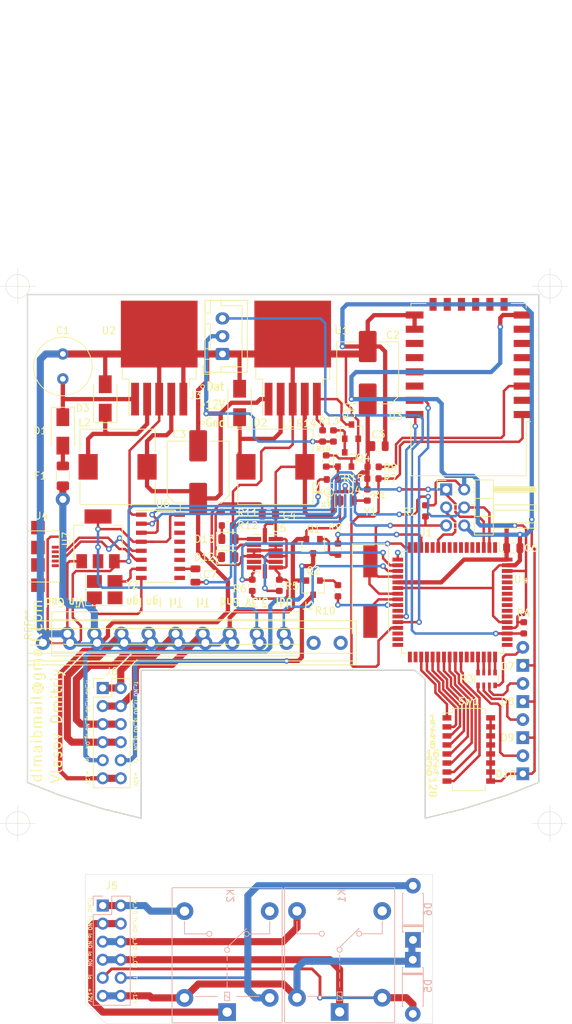
<source format=kicad_pcb>
(kicad_pcb (version 20171130) (host pcbnew "(5.1.0)-1")
  (layers (0 F.Cu signal) (31 B.Cu signal) (34 B.Paste user) (35 F.Paste user) (36 B.SilkS user) (37 F.SilkS user) (38 B.Mask user) (39 F.Mask user) (44 Edge.Cuts user))
  (net 0 "")
  (net 1 "Net-(C1-Pad1)")
  (net 2 GND)
  (net 3 +3V3)
  (net 4 +12V)
  (net 5 "Net-(D1-Pad2)")
  (net 6 "Net-(D2-Pad1)")
  (net 7 "Net-(D3-Pad1)")
  (net 8 "Net-(D4-Pad2)")
  (net 9 /Mis)
  (net 10 /Sck)
  (net 11 /Rst)
  (net 12 /Mos)
  (net 13 "Net-(Q1-Pad1)")
  (net 14 "Net-(R3-Pad2)")
  (net 15 /Rst_wf)
  (net 16 "Net-(R8-Pad1)")
  (net 17 "Net-(U3-Pad2)")
  (net 18 "Net-(U3-Pad4)")
  (net 19 "Net-(U3-Pad5)")
  (net 20 "Net-(U3-Pad6)")
  (net 21 "Net-(U3-Pad7)")
  (net 22 "Net-(U3-Pad9)")
  (net 23 "Net-(U3-Pad10)")
  (net 24 "Net-(U3-Pad11)")
  (net 25 "Net-(U3-Pad12)")
  (net 26 "Net-(U3-Pad13)")
  (net 27 "Net-(U3-Pad14)")
  (net 28 "Net-(U3-Pad17)")
  (net 29 "Net-(U3-Pad18)")
  (net 30 "Net-(U3-Pad19)")
  (net 31 "Net-(U3-Pad20)")
  (net 32 "Net-(U4-Pad1)")
  (net 33 "Net-(U4-Pad5)")
  (net 34 "Net-(U4-Pad6)")
  (net 35 "Net-(U4-Pad7)")
  (net 36 "Net-(U4-Pad8)")
  (net 37 "Net-(U4-Pad9)")
  (net 38 "Net-(U4-Pad10)")
  (net 39 "Net-(U4-Pad12)")
  (net 40 "Net-(U4-Pad13)")
  (net 41 "Net-(U4-Pad15)")
  (net 42 "Net-(U4-Pad17)")
  (net 43 "Net-(U4-Pad23)")
  (net 44 "Net-(U4-Pad24)")
  (net 45 "Net-(U4-Pad26)")
  (net 46 "Net-(U4-Pad30)")
  (net 47 "Net-(U4-Pad31)")
  (net 48 "Net-(U4-Pad32)")
  (net 49 "Net-(U4-Pad33)")
  (net 50 "Net-(U4-Pad34)")
  (net 51 "Net-(U4-Pad43)")
  (net 52 "Net-(U4-Pad44)")
  (net 53 "Net-(U4-Pad49)")
  (net 54 "Net-(U4-Pad50)")
  (net 55 "Net-(U4-Pad54)")
  (net 56 "Net-(U4-Pad55)")
  (net 57 "Net-(U4-Pad56)")
  (net 58 "Net-(U4-Pad57)")
  (net 59 "Net-(U4-Pad58)")
  (net 60 "Net-(U4-Pad59)")
  (net 61 "Net-(U4-Pad60)")
  (net 62 "Net-(U4-Pad61)")
  (net 63 "Net-(K1-Pad4)")
  (net 64 "Net-(Q2-Pad1)")
  (net 65 "Net-(R9-Pad1)")
  (net 66 "Net-(K2-Pad4)")
  (net 67 /Ig_NO_1)
  (net 68 /Ig_NO_2)
  (net 69 /Tr_NO_1)
  (net 70 /Tr_NO_2)
  (net 71 /+12_Rel)
  (net 72 /Ig)
  (net 73 /Tr)
  (net 74 "Net-(D7-Pad2)")
  (net 75 "Net-(D8-Pad2)")
  (net 76 "Net-(D9-Pad2)")
  (net 77 "Net-(D10-Pad2)")
  (net 78 "Net-(R3-Pad1)")
  (net 79 "Net-(R3-Pad3)")
  (net 80 "Net-(R3-Pad4)")
  (net 81 "Net-(SW1-Pad1)")
  (net 82 "Net-(SW1-Pad2)")
  (net 83 "Net-(SW1-Pad3)")
  (net 84 "Net-(SW1-Pad4)")
  (net 85 "Net-(SW1-Pad5)")
  (net 86 "Net-(SW1-Pad6)")
  (net 87 "Net-(SW1-Pad7)")
  (net 88 "Net-(SW1-Pad8)")
  (net 89 /Trr)
  (net 90 /Igg)
  (net 91 /Ig_NO1)
  (net 92 /Ig_NO2)
  (net 93 /Tr_NO1)
  (net 94 /Tr_NO2)
  (net 95 /SDA)
  (net 96 /SCL)
  (net 97 "Net-(D12-Pad1)")
  (net 98 "Net-(D13-Pad1)")
  (net 99 /+Vin)
  (net 100 /Udar)
  (net 101 "Net-(D12-Pad2)")
  (net 102 "Net-(D13-Pad2)")
  (net 103 "Net-(R10-Pad2)")
  (net 104 /RXD)
  (net 105 /TXD)
  (net 106 "Net-(U5-Pad12)")
  (net 107 /Data0)
  (net 108 +5V)
  (net 109 "Net-(J4-Pad2)")
  (net 110 "Net-(J4-Pad3)")
  (net 111 "Net-(J4-Pad4)")
  (net 112 "Net-(Q3-Pad1)")
  (net 113 "Net-(Q3-Pad3)")
  (net 114 "Net-(U4-Pad4)")
  (net 115 "Net-(U6-Pad7)")
  (net 116 "Net-(U6-Pad8)")
  (net 117 "Net-(U6-Pad9)")
  (net 118 "Net-(U6-Pad11)")
  (net 119 "Net-(U6-Pad12)")
  (net 120 "Net-(U6-Pad13)")
  (net 121 "Net-(U6-Pad14)")
  (net 122 "Net-(U6-Pad15)")
  (net 123 "Net-(C7-Pad2)")
  (net 124 "Net-(Q4-Pad1)")
  (module UBD:Crystal_SMD_HC49-SD (layer F.Cu) (at 99.822 62.6425 270)
    (fp_text reference Y1 (at -11.2075 0) (layer F.SilkS))
    (fp_text value 14.7456MHz)
    (pad 1 smd rect (at -4.25 0 270) (size 4.5 2) (layers F.Cu F.Paste F.Mask) (net 43 "Net-(U4-Pad23)"))
    (pad 2 smd rect (at 4.25 0 270) (size 4.5 2) (layers F.Cu F.Paste F.Mask) (net 44 "Net-(U4-Pad24)"))
  )
  (module UBD:DG_381_12 (layer F.Cu) (at 51.181 67.31 90)
    (fp_text reference REF** (at 0 0.5 90) (layer F.SilkS))
    (fp_text value DG_381_12)
    (pad 12 thru_hole circle (at -2.54 44.45 90) (size 2 2) (drill 1.1) (layers *.Cu *.Mask))
    (pad 11 thru_hole circle (at -2.54 40.64 90) (size 2 2) (drill 1.1) (layers *.Cu *.Mask))
    (pad 10 thru_hole circle (at -2.54 36.83 90) (size 2 2) (drill 1.1) (layers *.Cu *.Mask))
    (pad 1 thru_hole circle (at -2.54 2.54 90) (size 2 2) (drill 1.1) (layers *.Cu *.Mask))
    (pad 2 thru_hole circle (at -2.54 6.35 90) (size 2 2) (drill 1.1) (layers *.Cu *.Mask))
    (pad 3 thru_hole circle (at -2.54 10.16 90) (size 2 2) (drill 1.1) (layers *.Cu *.Mask))
    (pad 4 thru_hole circle (at -2.54 13.97 90) (size 2 2) (drill 1.1) (layers *.Cu *.Mask))
    (pad 5 thru_hole circle (at -2.54 17.78 90) (size 2 2) (drill 1.1) (layers *.Cu *.Mask))
    (pad 6 thru_hole circle (at -2.54 21.59 90) (size 2 2) (drill 1.1) (layers *.Cu *.Mask))
    (pad 7 thru_hole circle (at -2.54 25.4 90) (size 2 2) (drill 1.1) (layers *.Cu *.Mask))
    (pad 8 thru_hole circle (at -2.54 29.21 90) (size 2 2) (drill 1.1) (layers *.Cu *.Mask))
    (pad 9 thru_hole circle (at -2.54 33.02 90) (size 2 2) (drill 1.1) (layers *.Cu *.Mask))
  )
  (module MountingHole:MountingHole_3.2mm_M3_DIN965 (layer F.Cu) (at 88.2015 82.1055)
    (fp_text reference REF** hide)
    (fp_text value MountingHole_3.2mm_M3_DIN965)
    (pad 1 np_thru_hole circle (at 0 0) (size 3.2 3.2) (drill 3.2) (layers *.Cu *.Mask))
  )
  (module UBD:LED_D3.0mm_Horizontal_O1.27mm_Z2.0mm (layer F.Cu) (at 121.290001 88.265 90)
    (fp_text reference D10 (at 0 -2.418001 180) (layer F.SilkS))
    (fp_text value Red)
    (pad 1 thru_hole rect (at 0 0 90) (size 1.8 1.8) (drill 0.9) (layers *.Cu *.Mask) (net 2 GND))
    (pad 2 thru_hole circle (at 2.54 0 90) (size 1.8 1.8) (drill 0.9) (layers *.Cu *.Mask) (net 77 "Net-(D10-Pad2)"))
  )
  (module UBD:LED_D3.0mm_Horizontal_O1.27mm_Z2.0mm (layer F.Cu) (at 121.285 83.185 90)
    (fp_text reference D9 (at 0 -2.159 180) (layer F.SilkS))
    (fp_text value Red)
    (pad 1 thru_hole rect (at 0 0 90) (size 1.8 1.8) (drill 0.9) (layers *.Cu *.Mask) (net 2 GND))
    (pad 2 thru_hole circle (at 2.54 0 90) (size 1.8 1.8) (drill 0.9) (layers *.Cu *.Mask) (net 76 "Net-(D9-Pad2)"))
  )
  (module UBD:LED_D3.0mm_Horizontal_O1.27mm_Z2.0mm (layer F.Cu) (at 121.289999 78.105 90)
    (fp_text reference D8 (at 0 -2.163999 180) (layer F.SilkS))
    (fp_text value Red)
    (pad 1 thru_hole rect (at 0 0 90) (size 1.8 1.8) (drill 0.9) (layers *.Cu *.Mask) (net 2 GND))
    (pad 2 thru_hole circle (at 2.54 0 90) (size 1.8 1.8) (drill 0.9) (layers *.Cu *.Mask) (net 75 "Net-(D8-Pad2)"))
  )
  (module Package_TO_SOT_SMD:SOT-223-3_TabPin2 (layer F.Cu) (at 61.468 55.22 90)
    (fp_text reference U7 (at 0 -4.5 90) (layer F.SilkS))
    (fp_text value AP1117-33)
    (pad 2 smd rect (at 3.15 0 90) (size 2 3.8) (layers F.Cu F.Paste F.Mask) (net 3 +3V3))
    (pad 2 smd rect (at -3.15 0 90) (size 2 1.5) (layers F.Cu F.Paste F.Mask) (net 3 +3V3))
    (pad 3 smd rect (at -3.15 2.3 90) (size 2 1.5) (layers F.Cu F.Paste F.Mask) (net 108 +5V))
    (pad 1 smd rect (at -3.15 -2.3 90) (size 2 1.5) (layers F.Cu F.Paste F.Mask) (net 2 GND))
  )
  (module UBD:DG_381_9 (layer F.Cu) (at 54.61 66.04 90)
    (fp_text reference J2 (at 1.397 36.449 180) (layer F.SilkS))
    (fp_text value "Входной клемник")
    (pad 9 thru_hole circle (at -2.54 33.02 90) (size 2 2) (drill 1.1) (layers *.Cu *.Mask) (net 100 /Udar))
    (pad 8 thru_hole circle (at -2.54 29.21 90) (size 2 2) (drill 1.1) (layers *.Cu *.Mask) (net 3 +3V3))
    (pad 7 thru_hole circle (at -2.54 25.4 90) (size 2 2) (drill 1.1) (layers *.Cu *.Mask) (net 2 GND))
    (pad 6 thru_hole circle (at -2.54 21.59 90) (size 2 2) (drill 1.1) (layers *.Cu *.Mask) (net 93 /Tr_NO1))
    (pad 5 thru_hole circle (at -2.54 17.78 90) (size 2 2) (drill 1.1) (layers *.Cu *.Mask) (net 94 /Tr_NO2))
    (pad 4 thru_hole circle (at -2.54 13.97 90) (size 2 2) (drill 1.1) (layers *.Cu *.Mask) (net 92 /Ig_NO2))
    (pad 3 thru_hole circle (at -2.54 10.16 90) (size 2 2) (drill 1.1) (layers *.Cu *.Mask) (net 91 /Ig_NO1))
    (pad 2 thru_hole circle (at -2.54 6.35 90) (size 2 2) (drill 1.1) (layers *.Cu *.Mask) (net 99 /+Vin))
    (pad 1 thru_hole circle (at -2.54 2.54 90) (size 2 2) (drill 1.1) (layers *.Cu *.Mask) (net 2 GND))
  )
  (module UBD:Crystal_SMD_3225-4Pin_3.2x2.5mm_HandSoldering (layer F.Cu) (at 62.41 62.364)
    (fp_text reference Y2 (at 3.884 -0.642) (layer F.SilkS))
    (fp_text value 12MHz)
    (pad 1 smd rect (at -1.45 1.15) (size 2.1 1.8) (layers F.Cu F.Paste F.Mask) (net 116 "Net-(U6-Pad8)"))
    (pad 3 smd rect (at 1.45 1.15) (size 2.1 1.8) (layers F.Cu F.Paste F.Mask))
    (pad 2 smd rect (at 1.45 -1.15) (size 2.1 1.8) (layers F.Cu F.Paste F.Mask) (net 115 "Net-(U6-Pad7)"))
    (pad 4 smd rect (at -1.45 -1.15) (size 2.1 1.8) (layers F.Cu F.Paste F.Mask))
  )
  (module Resistor_SMD:R_0603_1608Metric (layer F.Cu) (at 93.091 40.7415 270)
    (fp_text reference R14 (at -1.7525 2.286) (layer F.SilkS))
    (fp_text value 10k)
    (pad 2 smd roundrect (at 0.7875 0 270) (size 0.875 0.95) (layers F.Cu F.Paste F.Mask) (net 4 +12V))
    (pad 1 smd roundrect (at -0.7875 0 270) (size 0.875 0.95) (layers F.Cu F.Paste F.Mask) (net 113 "Net-(Q3-Pad3)"))
  )
  (module Capacitor_SMD:C_0805_2012Metric (layer F.Cu) (at 75.184 60.3735 90)
    (fp_text reference C7 (at 0.1755 2.032 180) (layer F.SilkS))
    (fp_text value 100nF)
    (pad 2 smd roundrect (at 0.9375 0 90) (size 0.975 1.4) (layers F.Cu F.Paste F.Mask) (net 123 "Net-(C7-Pad2)"))
    (pad 1 smd roundrect (at -0.9375 0 90) (size 0.975 1.4) (layers F.Cu F.Paste F.Mask) (net 11 /Rst))
  )
  (module UBD:UBD_corp (layer B.Cu) (at 48.895 -20.34)
    (fp_text reference REF** hide)
    (fp_text value UBD_corp)
  )
  (module UBD:LED_D3.0mm_Horizontal_O1.27mm_Z2.0mm (layer F.Cu) (at 121.290002 73.019999 90)
    (fp_text reference D7 (at -0.132001 -2.164002 180) (layer F.SilkS))
    (fp_text value Red)
    (pad 1 thru_hole rect (at 0 0 90) (size 1.8 1.8) (drill 0.9) (layers *.Cu *.Mask) (net 2 GND))
    (pad 2 thru_hole circle (at 2.54 0 90) (size 1.8 1.8) (drill 0.9) (layers *.Cu *.Mask) (net 74 "Net-(D7-Pad2)"))
  )
  (module UBD:LGA-14_3x5mm_P0.8mm_LayoutBorder1x6y (layer F.Cu) (at 84.963 57.245 180)
    (fp_text reference U5 (at -2.032 3.524 180) (layer F.SilkS))
    (fp_text value LIS302)
    (pad 1 smd rect (at -1.524 -2 180) (size 2 0.6) (layers F.Cu F.Paste F.Mask) (net 3 +3V3))
    (pad 2 smd rect (at -1.524 -1.2 180) (size 2 0.6) (layers F.Cu F.Paste F.Mask) (net 2 GND))
    (pad 3 smd rect (at -1.524 -0.4 180) (size 2 0.6) (layers F.Cu F.Paste F.Mask) (net 3 +3V3))
    (pad 4 smd rect (at -1.524 0.4 180) (size 2 0.6) (layers F.Cu F.Paste F.Mask) (net 2 GND))
    (pad 5 smd rect (at -1.524 1.2 180) (size 2 0.6) (layers F.Cu F.Paste F.Mask) (net 2 GND))
    (pad 6 smd rect (at -1.524 2 180) (size 2 0.6) (layers F.Cu F.Paste F.Mask) (net 3 +3V3))
    (pad 7 smd rect (at 0 2.54 180) (size 0.6 2) (layers F.Cu F.Paste F.Mask) (net 3 +3V3))
    (pad 8 smd rect (at 1.524 2 180) (size 2 0.6) (layers F.Cu F.Paste F.Mask) (net 102 "Net-(D13-Pad2)"))
    (pad 9 smd rect (at 1.524 1.2 180) (size 2 0.6) (layers F.Cu F.Paste F.Mask) (net 101 "Net-(D12-Pad2)"))
    (pad 10 smd rect (at 1.524 0.4 180) (size 2 0.6) (layers F.Cu F.Paste F.Mask) (net 2 GND))
    (pad 11 smd rect (at 1.524 -0.4 180) (size 2 0.6) (layers F.Cu F.Paste F.Mask) (net 2 GND))
    (pad 12 smd rect (at 1.524 -1.2 180) (size 2 0.6) (layers F.Cu F.Paste F.Mask) (net 106 "Net-(U5-Pad12)"))
    (pad 13 smd rect (at 1.524 -2 180) (size 2 0.6) (layers F.Cu F.Paste F.Mask) (net 95 /SDA))
    (pad 14 smd rect (at 0 -2.54 180) (size 0.6 2) (layers F.Cu F.Paste F.Mask) (net 96 /SCL))
  )
  (module UBD:PinSocket_2x06_P2.54mm_Vertical (layer B.Cu) (at 62.13 106.807002 180)
    (fp_text reference J5 (at -1.27 2.77 180) (layer F.SilkS))
    (fp_text value "На релейной плате")
    (pad 1 thru_hole rect (at 0 0 180) (size 1.7 1.7) (drill 1) (layers *.Cu *.Mask) (net 70 /Tr_NO_2))
    (pad 12 thru_hole oval (at -2.54 0 180) (size 1.7 1.7) (drill 1) (layers *.Cu *.Mask) (net 70 /Tr_NO_2))
    (pad 2 thru_hole oval (at 0 -2.54 180) (size 1.7 1.7) (drill 1) (layers *.Cu *.Mask) (net 69 /Tr_NO_1))
    (pad 11 thru_hole oval (at -2.54 -2.54 180) (size 1.7 1.7) (drill 1) (layers *.Cu *.Mask) (net 69 /Tr_NO_1))
    (pad 3 thru_hole oval (at 0 -5.08 180) (size 1.7 1.7) (drill 1) (layers *.Cu *.Mask) (net 68 /Ig_NO_2))
    (pad 10 thru_hole oval (at -2.54 -5.08 180) (size 1.7 1.7) (drill 1) (layers *.Cu *.Mask) (net 68 /Ig_NO_2))
    (pad 4 thru_hole oval (at 0 -7.62 180) (size 1.7 1.7) (drill 1) (layers *.Cu *.Mask) (net 67 /Ig_NO_1))
    (pad 9 thru_hole oval (at -2.54 -7.62 180) (size 1.7 1.7) (drill 1) (layers *.Cu *.Mask) (net 67 /Ig_NO_1))
    (pad 5 thru_hole oval (at 0 -10.16 180) (size 1.7 1.7) (drill 1) (layers *.Cu *.Mask) (net 72 /Ig))
    (pad 8 thru_hole oval (at -2.54 -10.16 180) (size 1.7 1.7) (drill 1) (layers *.Cu *.Mask) (net 73 /Tr))
    (pad 6 thru_hole oval (at 0 -12.7 180) (size 1.7 1.7) (drill 1) (layers *.Cu *.Mask) (net 71 /+12_Rel))
    (pad 7 thru_hole oval (at -2.54 -12.7 180) (size 1.7 1.7) (drill 1) (layers *.Cu *.Mask) (net 71 /+12_Rel))
  )
  (module UBD:PinHeader_2x03_P2.54mm_Horizontal (layer F.Cu) (at 110.49 48.26)
    (fp_text reference J1 (at -2.794 6.096) (layer F.SilkS))
    (fp_text value "Для программирования")
    (pad 1 thru_hole rect (at 0 0) (size 1.7 1.7) (drill 1) (layers *.Cu *.Mask) (net 9 /Mis))
    (pad 6 thru_hole oval (at 2.54 0) (size 1.7 1.7) (drill 1) (layers *.Cu *.Mask) (net 3 +3V3))
    (pad 2 thru_hole oval (at 0 2.54) (size 1.7 1.7) (drill 1) (layers *.Cu *.Mask) (net 10 /Sck))
    (pad 5 thru_hole oval (at 2.54 2.54) (size 1.7 1.7) (drill 1) (layers *.Cu *.Mask) (net 12 /Mos))
    (pad 3 thru_hole oval (at 0 5.08) (size 1.7 1.7) (drill 1) (layers *.Cu *.Mask) (net 11 /Rst))
    (pad 4 thru_hole oval (at 2.54 5.08) (size 1.7 1.7) (drill 1) (layers *.Cu *.Mask) (net 2 GND))
  )
  (module UBD:L_10.4x10.4_H4.8 (layer F.Cu) (at 64.221 45.085)
    (fp_text reference L2 (at -4.658 -6.223) (layer F.SilkS))
    (fp_text value 2200)
    (pad 2 smd rect (at 4.15 0) (size 2.7 3.6) (layers F.Cu F.Paste F.Mask) (net 4 +12V))
    (pad 1 smd rect (at -4.15 0) (size 2.7 3.6) (layers F.Cu F.Paste F.Mask) (net 7 "Net-(D3-Pad1)"))
  )
  (module UBD:L_10.4x10.4_H4.8 (layer F.Cu) (at 86.446 45.085)
    (fp_text reference L1 (at 1.819 -6.096) (layer F.SilkS))
    (fp_text value 1000)
    (pad 2 smd rect (at 4.15 0) (size 2.7 3.6) (layers F.Cu F.Paste F.Mask) (net 3 +3V3))
    (pad 1 smd rect (at -4.15 0) (size 2.7 3.6) (layers F.Cu F.Paste F.Mask) (net 6 "Net-(D2-Pad1)"))
  )
  (module UBD:ESP-12E (layer F.Cu) (at 113.645 34.225 180)
    (fp_text reference U3 (at 10.267 -3.748 180) (layer F.SilkS))
    (fp_text value ESP-12F)
    (pad 1 smd rect (at -7.6 -3.5 180) (size 2.5 1) (layers F.Cu F.Paste F.Mask) (net 15 /Rst_wf))
    (pad 2 smd rect (at -7.6 -1.5 180) (size 2.5 1) (layers F.Cu F.Paste F.Mask) (net 17 "Net-(U3-Pad2)"))
    (pad 3 smd rect (at -7.6 0.5 180) (size 2.5 1) (layers F.Cu F.Paste F.Mask) (net 16 "Net-(R8-Pad1)"))
    (pad 4 smd rect (at -7.6 2.5 180) (size 2.5 1) (layers F.Cu F.Paste F.Mask) (net 18 "Net-(U3-Pad4)"))
    (pad 5 smd rect (at -7.6 4.5 180) (size 2.5 1) (layers F.Cu F.Paste F.Mask) (net 19 "Net-(U3-Pad5)"))
    (pad 6 smd rect (at -7.6 6.5 180) (size 2.5 1) (layers F.Cu F.Paste F.Mask) (net 20 "Net-(U3-Pad6)"))
    (pad 7 smd rect (at -7.6 8.5 180) (size 2.5 1) (layers F.Cu F.Paste F.Mask) (net 21 "Net-(U3-Pad7)"))
    (pad 8 smd rect (at -7.6 10.5 180) (size 2.5 1) (layers F.Cu F.Paste F.Mask) (net 3 +3V3))
    (pad 9 smd rect (at -5 12 180) (size 1 1.8) (layers F.Cu F.Paste F.Mask) (net 22 "Net-(U3-Pad9)"))
    (pad 10 smd rect (at -3 12 180) (size 1 1.8) (layers F.Cu F.Paste F.Mask) (net 23 "Net-(U3-Pad10)"))
    (pad 11 smd rect (at -1 12 180) (size 1 1.8) (layers F.Cu F.Paste F.Mask) (net 24 "Net-(U3-Pad11)"))
    (pad 12 smd rect (at 1 12 180) (size 1 1.8) (layers F.Cu F.Paste F.Mask) (net 25 "Net-(U3-Pad12)"))
    (pad 13 smd rect (at 3 12 180) (size 1 1.8) (layers F.Cu F.Paste F.Mask) (net 26 "Net-(U3-Pad13)"))
    (pad 14 smd rect (at 5 12 180) (size 1 1.8) (layers F.Cu F.Paste F.Mask) (net 27 "Net-(U3-Pad14)"))
    (pad 15 smd rect (at 7.6 10.5 180) (size 2.5 1) (layers F.Cu F.Paste F.Mask) (net 2 GND))
    (pad 16 smd rect (at 7.6 8.5 180) (size 2.5 1) (layers F.Cu F.Paste F.Mask) (net 2 GND))
    (pad 17 smd rect (at 7.6 6.5 180) (size 2.5 1) (layers F.Cu F.Paste F.Mask) (net 28 "Net-(U3-Pad17)"))
    (pad 18 smd rect (at 7.6 4.5 180) (size 2.5 1) (layers F.Cu F.Paste F.Mask) (net 29 "Net-(U3-Pad18)"))
    (pad 19 smd rect (at 7.6 2.5 180) (size 2.5 1) (layers F.Cu F.Paste F.Mask) (net 30 "Net-(U3-Pad19)"))
    (pad 20 smd rect (at 7.6 0.5 180) (size 2.5 1) (layers F.Cu F.Paste F.Mask) (net 31 "Net-(U3-Pad20)"))
    (pad 21 smd rect (at 7.6 -1.5 180) (size 2.5 1) (layers F.Cu F.Paste F.Mask) (net 104 /RXD))
    (pad 22 smd rect (at 7.6 -3.5 180) (size 2.5 1) (layers F.Cu F.Paste F.Mask) (net 105 /TXD))
  )
  (module Package_TO_SOT_SMD:SOT-23 (layer F.Cu) (at 91.76 62.087 270)
    (fp_text reference Q2 (at -2.397 -0.061) (layer F.SilkS))
    (fp_text value BC817)
    (pad 3 smd rect (at 1 0 270) (size 0.9 0.8) (layers F.Cu F.Paste F.Mask) (net 89 /Trr))
    (pad 2 smd rect (at -1 0.95 270) (size 0.9 0.8) (layers F.Cu F.Paste F.Mask) (net 2 GND))
    (pad 1 smd rect (at -1 -0.95 270) (size 0.9 0.8) (layers F.Cu F.Paste F.Mask) (net 64 "Net-(Q2-Pad1)"))
  )
  (module UBD:Relay_SPDT_Omron-G5LE-1 (layer B.Cu) (at 79.644003 121.793)
    (fp_text reference K2 (at 0.474 -16.368 -90) (layer B.SilkS) (effects (justify mirror)))
    (fp_text value G5LE-1)
    (pad 5 thru_hole oval (at 6 -2) (size 2.5 2.5) (drill 1.3) (layers *.Cu *.Mask) (net 73 /Tr))
    (pad 4 thru_hole oval (at 6 -14.2) (size 2.5 2.5) (drill 1.3) (layers *.Cu *.Mask) (net 66 "Net-(K2-Pad4)"))
    (pad 3 thru_hole oval (at -6 -14.2) (size 2.5 2.5) (drill 1.3) (layers *.Cu *.Mask) (net 70 /Tr_NO_2))
    (pad 2 thru_hole oval (at -6 -2) (size 2.5 2.5) (drill 1.3) (layers *.Cu *.Mask) (net 71 /+12_Rel))
    (pad 1 thru_hole rect (at 0 0) (size 2.5 2.5) (drill 1.3) (layers *.Cu *.Mask) (net 69 /Tr_NO_1))
  )
  (module UBD:Relay_SPDT_Omron-G5LE-1 (layer B.Cu) (at 95.488 121.769)
    (fp_text reference K1 (at 0.318 -16.344 -90) (layer B.SilkS) (effects (justify mirror)))
    (fp_text value G5LE-1)
    (pad 5 thru_hole oval (at 6 -2) (size 2.5 2.5) (drill 1.3) (layers *.Cu *.Mask) (net 72 /Ig))
    (pad 4 thru_hole oval (at 6 -14.2) (size 2.5 2.5) (drill 1.3) (layers *.Cu *.Mask) (net 63 "Net-(K1-Pad4)"))
    (pad 3 thru_hole oval (at -6 -14.2) (size 2.5 2.5) (drill 1.3) (layers *.Cu *.Mask) (net 68 /Ig_NO_2))
    (pad 2 thru_hole oval (at -6 -2) (size 2.5 2.5) (drill 1.3) (layers *.Cu *.Mask) (net 71 /+12_Rel))
    (pad 1 thru_hole rect (at 0 0) (size 2.5 2.5) (drill 1.3) (layers *.Cu *.Mask) (net 67 /Ig_NO_1))
  )
  (module Capacitor_THT:C_Radial_D8.0mm_H11.5mm_P3.50mm (layer F.Cu) (at 56.515 32.71 90)
    (fp_text reference C1 (at 6.802 0 180) (layer F.SilkS))
    (fp_text value 100)
    (pad 2 thru_hole circle (at 3.5 0 90) (size 1.6 1.6) (drill 0.8) (layers *.Cu *.Mask) (net 2 GND))
    (pad 1 thru_hole circle (at 0 0 90) (size 1.6 1.6) (drill 0.8) (layers *.Cu *.Mask) (net 1 "Net-(C1-Pad1)"))
  )
  (module Diode_SMD:D_SMA (layer F.Cu) (at 56.515 40.1 270)
    (fp_text reference D1 (at -0.095 3.175) (layer F.SilkS))
    (fp_text value D_Schottky)
    (pad 2 smd rect (at 2 0 270) (size 2.5 1.8) (layers F.Cu F.Paste F.Mask) (net 5 "Net-(D1-Pad2)"))
    (pad 1 smd rect (at -2 0 270) (size 2.5 1.8) (layers F.Cu F.Paste F.Mask) (net 1 "Net-(C1-Pad1)"))
  )
  (module Diode_SMD:D_SMA (layer F.Cu) (at 81.407 36.1 90)
    (fp_text reference D2 (at -2.762 2.921) (layer F.SilkS))
    (fp_text value D_Schottky)
    (pad 2 smd rect (at 2 0 90) (size 2.5 1.8) (layers F.Cu F.Paste F.Mask) (net 2 GND))
    (pad 1 smd rect (at -2 0 90) (size 2.5 1.8) (layers F.Cu F.Paste F.Mask) (net 6 "Net-(D2-Pad1)"))
  )
  (module Diode_SMD:D_SMA (layer F.Cu) (at 62.484 35.465 90)
    (fp_text reference D3 (at -1.365 -3.175 180) (layer F.SilkS))
    (fp_text value D_Schottky)
    (pad 2 smd rect (at 2 0 90) (size 2.5 1.8) (layers F.Cu F.Paste F.Mask) (net 2 GND))
    (pad 1 smd rect (at -2 0 90) (size 2.5 1.8) (layers F.Cu F.Paste F.Mask) (net 7 "Net-(D3-Pad1)"))
  )
  (module LED_SMD:LED_0805_2012Metric (layer F.Cu) (at 96.4715 49.835)
    (fp_text reference D4 (at 1.0645 -1.448) (layer F.SilkS))
    (fp_text value LED)
    (pad 2 smd roundrect (at 0.9375 0) (size 0.975 1.4) (layers F.Cu F.Paste F.Mask) (net 8 "Net-(D4-Pad2)"))
    (pad 1 smd roundrect (at -0.9375 0) (size 0.975 1.4) (layers F.Cu F.Paste F.Mask) (net 2 GND))
  )
  (module Resistor_SMD:R_1206_3216Metric (layer F.Cu) (at 56.515 46.355 270)
    (fp_text reference F1 (at 0 3.175) (layer F.SilkS))
    (fp_text value Fuse)
    (pad 2 smd roundrect (at 1.4 0 270) (size 1.25 1.75) (layers F.Cu F.Paste F.Mask) (roundrect_rratio 0.2) (net 99 /+Vin))
    (pad 1 smd roundrect (at -1.4 0 270) (size 1.25 1.75) (layers F.Cu F.Paste F.Mask) (roundrect_rratio 0.2) (net 5 "Net-(D1-Pad2)"))
  )
  (module Package_TO_SOT_SMD:SOT-23 (layer F.Cu) (at 91.76 56.245 270)
    (fp_text reference Q1 (at -2.397 -0.061) (layer F.SilkS))
    (fp_text value BC817)
    (pad 3 smd rect (at 1 0 270) (size 0.9 0.8) (layers F.Cu F.Paste F.Mask) (net 90 /Igg))
    (pad 2 smd rect (at -1 0.95 270) (size 0.9 0.8) (layers F.Cu F.Paste F.Mask) (net 2 GND))
    (pad 1 smd rect (at -1 -0.95 270) (size 0.9 0.8) (layers F.Cu F.Paste F.Mask) (net 13 "Net-(Q1-Pad1)"))
  )
  (module Resistor_SMD:R_0603_1608Metric (layer F.Cu) (at 99.39 49.0475 90)
    (fp_text reference R1 (at 0.0255 1.702 -180) (layer F.SilkS))
    (fp_text value 360)
    (pad 2 smd roundrect (at 0.7875 0 90) (size 0.875 0.95) (layers F.Cu F.Paste F.Mask) (net 3 +3V3))
    (pad 1 smd roundrect (at -0.7875 0 90) (size 0.875 0.95) (layers F.Cu F.Paste F.Mask) (net 8 "Net-(D4-Pad2)"))
  )
  (module Resistor_SMD:R_0603_1608Metric (layer F.Cu) (at 107.569001 51.2825 270)
    (fp_text reference R2 (at 0.1525 2.159001) (layer F.SilkS))
    (fp_text value 10k)
    (pad 2 smd roundrect (at 0.7875 0 270) (size 0.875 0.95) (layers F.Cu F.Paste F.Mask) (net 11 /Rst))
    (pad 1 smd roundrect (at -0.7875 0 270) (size 0.875 0.95) (layers F.Cu F.Paste F.Mask) (net 3 +3V3))
  )
  (module Resistor_SMD:R_0603_1608Metric (layer F.Cu) (at 100.1775 46.736 180)
    (fp_text reference R7 (at -2.4385 0) (layer F.SilkS))
    (fp_text value 360)
    (pad 2 smd roundrect (at 0.7875 0 180) (size 0.875 0.95) (layers F.Cu F.Paste F.Mask) (net 3 +3V3))
    (pad 1 smd roundrect (at -0.7875 0 180) (size 0.875 0.95) (layers F.Cu F.Paste F.Mask) (net 15 /Rst_wf))
  )
  (module Resistor_SMD:R_0603_1608Metric (layer F.Cu) (at 100.203 45.085 180)
    (fp_text reference R8 (at -2.413 -0.127 180) (layer F.SilkS))
    (fp_text value 360)
    (pad 2 smd roundrect (at 0.7875 0 180) (size 0.875 0.95) (layers F.Cu F.Paste F.Mask) (net 3 +3V3))
    (pad 1 smd roundrect (at -0.7875 0 180) (size 0.875 0.95) (layers F.Cu F.Paste F.Mask) (net 16 "Net-(R8-Pad1)"))
  )
  (module Package_TO_SOT_SMD:TO-263-5_TabPin3 (layer F.Cu) (at 88.881 29.785 90)
    (fp_text reference U1 (at 3.877 6.877 180) (layer F.SilkS))
    (fp_text value LM2576HVS-3.3)
    (pad 3 smd rect (at 3.375 0 90) (size 9.4 10.8) (layers F.Cu F.Mask) (net 2 GND))
    (pad 5 smd rect (at -5.775 3.4 90) (size 4.6 1.1) (layers F.Cu F.Paste F.Mask) (net 113 "Net-(Q3-Pad3)"))
    (pad 4 smd rect (at -5.775 1.7 90) (size 4.6 1.1) (layers F.Cu F.Paste F.Mask) (net 3 +3V3))
    (pad 3 smd rect (at -5.775 0 90) (size 4.6 1.1) (layers F.Cu F.Paste F.Mask) (net 2 GND))
    (pad 2 smd rect (at -5.775 -1.7 90) (size 4.6 1.1) (layers F.Cu F.Paste F.Mask) (net 6 "Net-(D2-Pad1)"))
    (pad 1 smd rect (at -5.775 -3.4 90) (size 4.6 1.1) (layers F.Cu F.Paste F.Mask) (net 4 +12V))
  )
  (module Package_TO_SOT_SMD:TO-263-5_TabPin3 (layer F.Cu) (at 70.085 29.785 90)
    (fp_text reference U2 (at 3.877 -7.093 180) (layer F.SilkS))
    (fp_text value LM2576HVS-12)
    (pad 3 smd rect (at 3.375 0 90) (size 9.4 10.8) (layers F.Cu F.Mask) (net 2 GND))
    (pad 5 smd rect (at -5.775 3.4 90) (size 4.6 1.1) (layers F.Cu F.Paste F.Mask) (net 2 GND))
    (pad 4 smd rect (at -5.775 1.7 90) (size 4.6 1.1) (layers F.Cu F.Paste F.Mask) (net 4 +12V))
    (pad 3 smd rect (at -5.775 0 90) (size 4.6 1.1) (layers F.Cu F.Paste F.Mask) (net 2 GND))
    (pad 2 smd rect (at -5.775 -1.7 90) (size 4.6 1.1) (layers F.Cu F.Paste F.Mask) (net 7 "Net-(D3-Pad1)"))
    (pad 1 smd rect (at -5.775 -3.4 90) (size 4.6 1.1) (layers F.Cu F.Paste F.Mask) (net 1 "Net-(C1-Pad1)"))
  )
  (module Package_QFP:TQFP-64_14x14mm_P0.8mm (layer F.Cu) (at 111.379 64.135 270)
    (fp_text reference U4 (at -3.175 -9.652) (layer F.SilkS))
    (fp_text value ATmega128-16AU)
    (pad 64 smd rect (at -6 -7.7) (size 1.5 0.55) (layers F.Cu F.Paste F.Mask) (net 3 +3V3))
    (pad 63 smd rect (at -5.2 -7.7) (size 1.5 0.55) (layers F.Cu F.Paste F.Mask) (net 2 GND))
    (pad 62 smd rect (at -4.4 -7.7) (size 1.5 0.55) (layers F.Cu F.Paste F.Mask) (net 3 +3V3))
    (pad 61 smd rect (at -3.6 -7.7) (size 1.5 0.55) (layers F.Cu F.Paste F.Mask) (net 62 "Net-(U4-Pad61)"))
    (pad 60 smd rect (at -2.8 -7.7) (size 1.5 0.55) (layers F.Cu F.Paste F.Mask) (net 61 "Net-(U4-Pad60)"))
    (pad 59 smd rect (at -2 -7.7) (size 1.5 0.55) (layers F.Cu F.Paste F.Mask) (net 60 "Net-(U4-Pad59)"))
    (pad 58 smd rect (at -1.2 -7.7) (size 1.5 0.55) (layers F.Cu F.Paste F.Mask) (net 59 "Net-(U4-Pad58)"))
    (pad 57 smd rect (at -0.4 -7.7) (size 1.5 0.55) (layers F.Cu F.Paste F.Mask) (net 58 "Net-(U4-Pad57)"))
    (pad 56 smd rect (at 0.4 -7.7) (size 1.5 0.55) (layers F.Cu F.Paste F.Mask) (net 57 "Net-(U4-Pad56)"))
    (pad 55 smd rect (at 1.2 -7.7) (size 1.5 0.55) (layers F.Cu F.Paste F.Mask) (net 56 "Net-(U4-Pad55)"))
    (pad 54 smd rect (at 2 -7.7) (size 1.5 0.55) (layers F.Cu F.Paste F.Mask) (net 55 "Net-(U4-Pad54)"))
    (pad 53 smd rect (at 2.8 -7.7) (size 1.5 0.55) (layers F.Cu F.Paste F.Mask) (net 2 GND))
    (pad 52 smd rect (at 3.6 -7.7) (size 1.5 0.55) (layers F.Cu F.Paste F.Mask) (net 3 +3V3))
    (pad 51 smd rect (at 4.4 -7.7) (size 1.5 0.55) (layers F.Cu F.Paste F.Mask) (net 107 /Data0))
    (pad 50 smd rect (at 5.2 -7.7) (size 1.5 0.55) (layers F.Cu F.Paste F.Mask) (net 54 "Net-(U4-Pad50)"))
    (pad 49 smd rect (at 6 -7.7) (size 1.5 0.55) (layers F.Cu F.Paste F.Mask) (net 53 "Net-(U4-Pad49)"))
    (pad 48 smd rect (at 7.7 -6 270) (size 1.5 0.55) (layers F.Cu F.Paste F.Mask) (net 78 "Net-(R3-Pad1)"))
    (pad 47 smd rect (at 7.7 -5.2 270) (size 1.5 0.55) (layers F.Cu F.Paste F.Mask) (net 14 "Net-(R3-Pad2)"))
    (pad 46 smd rect (at 7.7 -4.4 270) (size 1.5 0.55) (layers F.Cu F.Paste F.Mask) (net 79 "Net-(R3-Pad3)"))
    (pad 45 smd rect (at 7.7 -3.6 270) (size 1.5 0.55) (layers F.Cu F.Paste F.Mask) (net 80 "Net-(R3-Pad4)"))
    (pad 44 smd rect (at 7.7 -2.8 270) (size 1.5 0.55) (layers F.Cu F.Paste F.Mask) (net 52 "Net-(U4-Pad44)"))
    (pad 43 smd rect (at 7.7 -2 270) (size 1.5 0.55) (layers F.Cu F.Paste F.Mask) (net 51 "Net-(U4-Pad43)"))
    (pad 42 smd rect (at 7.7 -1.2 270) (size 1.5 0.55) (layers F.Cu F.Paste F.Mask) (net 88 "Net-(SW1-Pad8)"))
    (pad 41 smd rect (at 7.7 -0.4 270) (size 1.5 0.55) (layers F.Cu F.Paste F.Mask) (net 87 "Net-(SW1-Pad7)"))
    (pad 40 smd rect (at 7.7 0.4 270) (size 1.5 0.55) (layers F.Cu F.Paste F.Mask) (net 86 "Net-(SW1-Pad6)"))
    (pad 39 smd rect (at 7.7 1.2 270) (size 1.5 0.55) (layers F.Cu F.Paste F.Mask) (net 85 "Net-(SW1-Pad5)"))
    (pad 38 smd rect (at 7.7 2 270) (size 1.5 0.55) (layers F.Cu F.Paste F.Mask) (net 84 "Net-(SW1-Pad4)"))
    (pad 37 smd rect (at 7.7 2.8 270) (size 1.5 0.55) (layers F.Cu F.Paste F.Mask) (net 83 "Net-(SW1-Pad3)"))
    (pad 36 smd rect (at 7.7 3.6 270) (size 1.5 0.55) (layers F.Cu F.Paste F.Mask) (net 82 "Net-(SW1-Pad2)"))
    (pad 35 smd rect (at 7.7 4.4 270) (size 1.5 0.55) (layers F.Cu F.Paste F.Mask) (net 81 "Net-(SW1-Pad1)"))
    (pad 34 smd rect (at 7.7 5.2 270) (size 1.5 0.55) (layers F.Cu F.Paste F.Mask) (net 50 "Net-(U4-Pad34)"))
    (pad 33 smd rect (at 7.7 6 270) (size 1.5 0.55) (layers F.Cu F.Paste F.Mask) (net 49 "Net-(U4-Pad33)"))
    (pad 32 smd rect (at 6 7.7) (size 1.5 0.55) (layers F.Cu F.Paste F.Mask) (net 48 "Net-(U4-Pad32)"))
    (pad 31 smd rect (at 5.2 7.7) (size 1.5 0.55) (layers F.Cu F.Paste F.Mask) (net 47 "Net-(U4-Pad31)"))
    (pad 30 smd rect (at 4.4 7.7) (size 1.5 0.55) (layers F.Cu F.Paste F.Mask) (net 46 "Net-(U4-Pad30)"))
    (pad 29 smd rect (at 3.6 7.7) (size 1.5 0.55) (layers F.Cu F.Paste F.Mask) (net 15 /Rst_wf))
    (pad 28 smd rect (at 2.8 7.7) (size 1.5 0.55) (layers F.Cu F.Paste F.Mask) (net 104 /RXD))
    (pad 27 smd rect (at 2 7.7) (size 1.5 0.55) (layers F.Cu F.Paste F.Mask) (net 105 /TXD))
    (pad 26 smd rect (at 1.2 7.7) (size 1.5 0.55) (layers F.Cu F.Paste F.Mask) (net 45 "Net-(U4-Pad26)"))
    (pad 25 smd rect (at 0.4 7.7) (size 1.5 0.55) (layers F.Cu F.Paste F.Mask) (net 103 "Net-(R10-Pad2)"))
    (pad 24 smd rect (at -0.4 7.7) (size 1.5 0.55) (layers F.Cu F.Paste F.Mask) (net 44 "Net-(U4-Pad24)"))
    (pad 23 smd rect (at -1.2 7.7) (size 1.5 0.55) (layers F.Cu F.Paste F.Mask) (net 43 "Net-(U4-Pad23)"))
    (pad 22 smd rect (at -2 7.7) (size 1.5 0.55) (layers F.Cu F.Paste F.Mask) (net 2 GND))
    (pad 21 smd rect (at -2.8 7.7) (size 1.5 0.55) (layers F.Cu F.Paste F.Mask) (net 3 +3V3))
    (pad 20 smd rect (at -3.6 7.7) (size 1.5 0.55) (layers F.Cu F.Paste F.Mask) (net 11 /Rst))
    (pad 19 smd rect (at -4.4 7.7) (size 1.5 0.55) (layers F.Cu F.Paste F.Mask) (net 100 /Udar))
    (pad 18 smd rect (at -5.2 7.7) (size 1.5 0.55) (layers F.Cu F.Paste F.Mask) (net 96 /SCL))
    (pad 17 smd rect (at -6 7.7) (size 1.5 0.55) (layers F.Cu F.Paste F.Mask) (net 42 "Net-(U4-Pad17)"))
    (pad 16 smd rect (at -7.7 6 270) (size 1.5 0.55) (layers F.Cu F.Paste F.Mask) (net 95 /SDA))
    (pad 15 smd rect (at -7.7 5.2 270) (size 1.5 0.55) (layers F.Cu F.Paste F.Mask) (net 41 "Net-(U4-Pad15)"))
    (pad 14 smd rect (at -7.7 4.4 270) (size 1.5 0.55) (layers F.Cu F.Paste F.Mask) (net 65 "Net-(R9-Pad1)"))
    (pad 13 smd rect (at -7.7 3.6 270) (size 1.5 0.55) (layers F.Cu F.Paste F.Mask) (net 40 "Net-(U4-Pad13)"))
    (pad 12 smd rect (at -7.7 2.8 270) (size 1.5 0.55) (layers F.Cu F.Paste F.Mask) (net 39 "Net-(U4-Pad12)"))
    (pad 11 smd rect (at -7.7 2 270) (size 1.5 0.55) (layers F.Cu F.Paste F.Mask) (net 10 /Sck))
    (pad 10 smd rect (at -7.7 1.2 270) (size 1.5 0.55) (layers F.Cu F.Paste F.Mask) (net 38 "Net-(U4-Pad10)"))
    (pad 9 smd rect (at -7.7 0.4 270) (size 1.5 0.55) (layers F.Cu F.Paste F.Mask) (net 37 "Net-(U4-Pad9)"))
    (pad 8 smd rect (at -7.7 -0.4 270) (size 1.5 0.55) (layers F.Cu F.Paste F.Mask) (net 36 "Net-(U4-Pad8)"))
    (pad 7 smd rect (at -7.7 -1.2 270) (size 1.5 0.55) (layers F.Cu F.Paste F.Mask) (net 35 "Net-(U4-Pad7)"))
    (pad 6 smd rect (at -7.7 -2 270) (size 1.5 0.55) (layers F.Cu F.Paste F.Mask) (net 34 "Net-(U4-Pad6)"))
    (pad 5 smd rect (at -7.7 -2.8 270) (size 1.5 0.55) (layers F.Cu F.Paste F.Mask) (net 33 "Net-(U4-Pad5)"))
    (pad 4 smd rect (at -7.7 -3.6 270) (size 1.5 0.55) (layers F.Cu F.Paste F.Mask) (net 114 "Net-(U4-Pad4)"))
    (pad 3 smd rect (at -7.7 -4.4 270) (size 1.5 0.55) (layers F.Cu F.Paste F.Mask) (net 9 /Mis))
    (pad 2 smd rect (at -7.7 -5.2 270) (size 1.5 0.55) (layers F.Cu F.Paste F.Mask) (net 12 /Mos))
    (pad 1 smd rect (at -7.7 -6 270) (size 1.5 0.55) (layers F.Cu F.Paste F.Mask) (net 32 "Net-(U4-Pad1)"))
  )
  (module Capacitor_SMD:CP_Elec_8x10.5 (layer F.Cu) (at 99.441 31.86 90)
    (fp_text reference C2 (at 5.317 3.556 180) (layer F.SilkS))
    (fp_text value 220)
    (pad 2 smd roundrect (at 3.7 0 90) (size 4.4 2.5) (layers F.Cu F.Paste F.Mask) (roundrect_rratio 0.1) (net 2 GND))
    (pad 1 smd roundrect (at -3.7 0 90) (size 4.4 2.5) (layers F.Cu F.Paste F.Mask) (roundrect_rratio 0.1) (net 3 +3V3))
  )
  (module Capacitor_SMD:CP_Elec_8x10.5 (layer F.Cu) (at 75.565 45.83 90)
    (fp_text reference C3 (at 5.317 -2.667 180) (layer F.SilkS))
    (fp_text value 220)
    (pad 2 smd roundrect (at 3.7 0 90) (size 4.4 2.5) (layers F.Cu F.Paste F.Mask) (roundrect_rratio 0.1) (net 2 GND))
    (pad 1 smd roundrect (at -3.7 0 90) (size 4.4 2.5) (layers F.Cu F.Paste F.Mask) (roundrect_rratio 0.1) (net 4 +12V))
  )
  (module Capacitor_SMD:C_0805_2012Metric (layer F.Cu) (at 100.965 42.164)
    (fp_text reference C5 (at 0 -1.65) (layer F.SilkS))
    (fp_text value 1uF)
    (pad 2 smd roundrect (at 0.9375 0) (size 0.975 1.4) (layers F.Cu F.Paste F.Mask) (net 2 GND))
    (pad 1 smd roundrect (at -0.9375 0) (size 0.975 1.4) (layers F.Cu F.Paste F.Mask) (net 3 +3V3))
  )
  (module Capacitor_SMD:C_0805_2012Metric (layer F.Cu) (at 119.9365 56.515)
    (fp_text reference C6 (at 2.4915 0) (layer F.SilkS))
    (fp_text value 1uF)
    (pad 2 smd roundrect (at 0.9375 0) (size 0.975 1.4) (layers F.Cu F.Paste F.Mask) (net 2 GND))
    (pad 1 smd roundrect (at -0.9375 0) (size 0.975 1.4) (layers F.Cu F.Paste F.Mask) (net 3 +3V3))
  )
  (module Resistor_SMD:R_0603_1608Metric (layer F.Cu) (at 95.25 56.6675 270)
    (fp_text reference R9 (at -3.0735 0.381) (layer F.SilkS))
    (fp_text value 360)
    (pad 2 smd roundrect (at 0.7875 0 270) (size 0.875 0.95) (layers F.Cu F.Paste F.Mask) (net 13 "Net-(Q1-Pad1)"))
    (pad 1 smd roundrect (at -0.7875 0 270) (size 0.875 0.95) (layers F.Cu F.Paste F.Mask) (net 65 "Net-(R9-Pad1)"))
  )
  (module Resistor_SMD:R_0603_1608Metric (layer F.Cu) (at 95.25 62.5095 270)
    (fp_text reference R10 (at 2.8195 1.778) (layer F.SilkS))
    (fp_text value 360)
    (pad 2 smd roundrect (at 0.7875 0 270) (size 0.875 0.95) (layers F.Cu F.Paste F.Mask) (net 103 "Net-(R10-Pad2)"))
    (pad 1 smd roundrect (at -0.7875 0 270) (size 0.875 0.95) (layers F.Cu F.Paste F.Mask) (net 64 "Net-(Q2-Pad1)"))
  )
  (module Diode_THT:D_DO-41_SOD81_P7.62mm_Horizontal (layer B.Cu) (at 105.791 114.427 270)
    (fp_text reference D5 (at 3.683 -2.159 270) (layer B.SilkS) (effects (justify mirror)))
    (fp_text value D_Schottky)
    (pad 2 thru_hole oval (at 7.62 0 270) (size 2.2 2.2) (drill 1.1) (layers *.Cu *.Mask) (net 72 /Ig))
    (pad 1 thru_hole rect (at 0 0 270) (size 2.2 2.2) (drill 1.1) (layers *.Cu *.Mask) (net 71 /+12_Rel))
  )
  (module Diode_THT:D_DO-41_SOD81_P7.62mm_Horizontal (layer B.Cu) (at 105.815 111.635002 90)
    (fp_text reference D6 (at 4.320002 2.135 90) (layer B.SilkS) (effects (justify mirror)))
    (fp_text value D_Schottky)
    (pad 2 thru_hole oval (at 7.62 0 90) (size 2.2 2.2) (drill 1.1) (layers *.Cu *.Mask) (net 73 /Tr))
    (pad 1 thru_hole rect (at 0 0 90) (size 2.2 2.2) (drill 1.1) (layers *.Cu *.Mask) (net 71 /+12_Rel))
  )
  (module UBD:PinHeader_2x06_P2.54mm_Vertical (layer F.Cu) (at 62.13 76.2)
    (fp_text reference J6 (at 1.27 -2.33) (layer F.SilkS))
    (fp_text value "На основной плате")
    (pad 1 thru_hole rect (at 0 0) (size 1.7 1.7) (drill 1) (layers *.Cu *.Mask) (net 94 /Tr_NO2))
    (pad 12 thru_hole oval (at 2.54 0) (size 1.7 1.7) (drill 1) (layers *.Cu *.Mask) (net 94 /Tr_NO2))
    (pad 2 thru_hole oval (at 0 2.54) (size 1.7 1.7) (drill 1) (layers *.Cu *.Mask) (net 93 /Tr_NO1))
    (pad 11 thru_hole oval (at 2.54 2.54) (size 1.7 1.7) (drill 1) (layers *.Cu *.Mask) (net 93 /Tr_NO1))
    (pad 3 thru_hole oval (at 0 5.08) (size 1.7 1.7) (drill 1) (layers *.Cu *.Mask) (net 92 /Ig_NO2))
    (pad 10 thru_hole oval (at 2.54 5.08) (size 1.7 1.7) (drill 1) (layers *.Cu *.Mask) (net 92 /Ig_NO2))
    (pad 4 thru_hole oval (at 0 7.62) (size 1.7 1.7) (drill 1) (layers *.Cu *.Mask) (net 91 /Ig_NO1))
    (pad 9 thru_hole oval (at 2.54 7.62) (size 1.7 1.7) (drill 1) (layers *.Cu *.Mask) (net 91 /Ig_NO1))
    (pad 5 thru_hole oval (at 0 10.16) (size 1.7 1.7) (drill 1) (layers *.Cu *.Mask) (net 90 /Igg))
    (pad 8 thru_hole oval (at 2.54 10.16) (size 1.7 1.7) (drill 1) (layers *.Cu *.Mask) (net 89 /Trr))
    (pad 6 thru_hole oval (at 0 12.7) (size 1.7 1.7) (drill 1) (layers *.Cu *.Mask) (net 4 +12V))
    (pad 7 thru_hole oval (at 2.54 12.7) (size 1.7 1.7) (drill 1) (layers *.Cu *.Mask) (net 4 +12V))
  )
  (module Resistor_SMD:R_Array_Convex_4x0603 (layer F.Cu) (at 116.179 74.93 270)
    (fp_text reference R3 (at 0 2.768) (layer F.SilkS))
    (fp_text value 360)
    (pad 5 smd rect (at 0.9 1.2 270) (size 0.8 0.5) (layers F.Cu F.Paste F.Mask) (net 77 "Net-(D10-Pad2)"))
    (pad 6 smd rect (at 0.9 0.4 270) (size 0.8 0.4) (layers F.Cu F.Paste F.Mask) (net 76 "Net-(D9-Pad2)"))
    (pad 8 smd rect (at 0.9 -1.2 270) (size 0.8 0.5) (layers F.Cu F.Paste F.Mask) (net 74 "Net-(D7-Pad2)"))
    (pad 7 smd rect (at 0.9 -0.4 270) (size 0.8 0.4) (layers F.Cu F.Paste F.Mask) (net 75 "Net-(D8-Pad2)"))
    (pad 4 smd rect (at -0.9 1.2 270) (size 0.8 0.5) (layers F.Cu F.Paste F.Mask) (net 80 "Net-(R3-Pad4)"))
    (pad 2 smd rect (at -0.9 -0.4 270) (size 0.8 0.4) (layers F.Cu F.Paste F.Mask) (net 14 "Net-(R3-Pad2)"))
    (pad 3 smd rect (at -0.9 0.4 270) (size 0.8 0.4) (layers F.Cu F.Paste F.Mask) (net 79 "Net-(R3-Pad3)"))
    (pad 1 smd rect (at -0.9 -1.2 270) (size 0.8 0.5) (layers F.Cu F.Paste F.Mask) (net 78 "Net-(R3-Pad1)"))
  )
  (module Button_Switch_SMD:SW_DIP_SPSTx08_Slide_Omron_A6H-8101_W6.15mm_P1.27mm (layer F.Cu) (at 113.675 84.845)
    (fp_text reference SW1 (at 0 -6.775) (layer F.SilkS))
    (fp_text value "Выбор адреса")
    (pad 16 smd rect (at 3.075 -4.445) (size 1.25 0.76) (layers F.Cu F.Paste F.Mask) (net 2 GND))
    (pad 8 smd rect (at -3.075 4.445) (size 1.25 0.76) (layers F.Cu F.Paste F.Mask) (net 88 "Net-(SW1-Pad8)"))
    (pad 15 smd rect (at 3.075 -3.175) (size 1.25 0.76) (layers F.Cu F.Paste F.Mask) (net 2 GND))
    (pad 7 smd rect (at -3.075 3.175) (size 1.25 0.76) (layers F.Cu F.Paste F.Mask) (net 87 "Net-(SW1-Pad7)"))
    (pad 14 smd rect (at 3.075 -1.905) (size 1.25 0.76) (layers F.Cu F.Paste F.Mask) (net 2 GND))
    (pad 6 smd rect (at -3.075 1.905) (size 1.25 0.76) (layers F.Cu F.Paste F.Mask) (net 86 "Net-(SW1-Pad6)"))
    (pad 13 smd rect (at 3.075 -0.635) (size 1.25 0.76) (layers F.Cu F.Paste F.Mask) (net 2 GND))
    (pad 5 smd rect (at -3.075 0.635) (size 1.25 0.76) (layers F.Cu F.Paste F.Mask) (net 85 "Net-(SW1-Pad5)"))
    (pad 12 smd rect (at 3.075 0.635) (size 1.25 0.76) (layers F.Cu F.Paste F.Mask) (net 2 GND))
    (pad 4 smd rect (at -3.075 -0.635) (size 1.25 0.76) (layers F.Cu F.Paste F.Mask) (net 84 "Net-(SW1-Pad4)"))
    (pad 11 smd rect (at 3.075 1.905) (size 1.25 0.76) (layers F.Cu F.Paste F.Mask) (net 2 GND))
    (pad 3 smd rect (at -3.075 -1.905) (size 1.25 0.76) (layers F.Cu F.Paste F.Mask) (net 83 "Net-(SW1-Pad3)"))
    (pad 10 smd rect (at 3.075 3.175) (size 1.25 0.76) (layers F.Cu F.Paste F.Mask) (net 2 GND))
    (pad 2 smd rect (at -3.075 -3.175) (size 1.25 0.76) (layers F.Cu F.Paste F.Mask) (net 82 "Net-(SW1-Pad2)"))
    (pad 9 smd rect (at 3.075 4.445) (size 1.25 0.76) (layers F.Cu F.Paste F.Mask) (net 2 GND))
    (pad 1 smd rect (at -3.075 -4.445) (size 1.25 0.76) (layers F.Cu F.Paste F.Mask) (net 81 "Net-(SW1-Pad1)"))
  )
  (module Resistor_SMD:R_0603_1608Metric (layer F.Cu) (at 121.412 67.735 270)
    (fp_text reference R4 (at -2.076 0) (layer F.SilkS))
    (fp_text value 10k)
    (pad 2 smd roundrect (at 0.7875 0 270) (size 0.875 0.95) (layers F.Cu F.Paste F.Mask) (net 107 /Data0))
    (pad 1 smd roundrect (at -0.7875 0 270) (size 0.875 0.95) (layers F.Cu F.Paste F.Mask) (net 3 +3V3))
  )
  (module Capacitor_SMD:C_0805_2012Metric (layer F.Cu) (at 85.5195 51.816 180)
    (fp_text reference C4 (at -2.8725 -0.127 180) (layer F.SilkS))
    (fp_text value 1uF)
    (pad 2 smd roundrect (at 0.9375 0 180) (size 0.975 1.4) (layers F.Cu F.Paste F.Mask) (net 2 GND))
    (pad 1 smd roundrect (at -0.9375 0 180) (size 0.975 1.4) (layers F.Cu F.Paste F.Mask) (net 3 +3V3))
  )
  (module LED_SMD:LED_0805_2012Metric (layer F.Cu) (at 79.8045 57.785)
    (fp_text reference D12 (at -3.3505 0) (layer F.SilkS))
    (fp_text value Red)
    (pad 2 smd roundrect (at 0.9375 0) (size 0.975 1.4) (layers F.Cu F.Paste F.Mask) (net 101 "Net-(D12-Pad2)"))
    (pad 1 smd roundrect (at -0.9375 0) (size 0.975 1.4) (layers F.Cu F.Paste F.Mask) (net 97 "Net-(D12-Pad1)"))
  )
  (module LED_SMD:LED_0805_2012Metric (layer F.Cu) (at 79.8345 55.245)
    (fp_text reference D13 (at -3.3805 0) (layer F.SilkS))
    (fp_text value Red)
    (pad 2 smd roundrect (at 0.9375 0) (size 0.975 1.4) (layers F.Cu F.Paste F.Mask) (net 102 "Net-(D13-Pad2)"))
    (pad 1 smd roundrect (at -0.9375 0) (size 0.975 1.4) (layers F.Cu F.Paste F.Mask) (net 98 "Net-(D13-Pad1)"))
  )
  (module Resistor_SMD:R_0603_1608Metric (layer F.Cu) (at 86.995 61.747502 270)
    (fp_text reference R5 (at 0.101498 -1.778) (layer F.SilkS))
    (fp_text value 10k)
    (pad 2 smd roundrect (at 0.7875 0 270) (size 0.875 0.95) (layers F.Cu F.Paste F.Mask) (net 96 /SCL))
    (pad 1 smd roundrect (at -0.7875 0 270) (size 0.875 0.95) (layers F.Cu F.Paste F.Mask) (net 3 +3V3))
  )
  (module Resistor_SMD:R_0603_1608Metric (layer F.Cu) (at 83.185 61.747502 90)
    (fp_text reference R6 (at -0.482498 -1.778 180) (layer F.SilkS))
    (fp_text value 10k)
    (pad 2 smd roundrect (at 0.7875 0 90) (size 0.875 0.95) (layers F.Cu F.Paste F.Mask) (net 95 /SDA))
    (pad 1 smd roundrect (at -0.7875 0 90) (size 0.875 0.95) (layers F.Cu F.Paste F.Mask) (net 3 +3V3))
  )
  (module Resistor_SMD:R_0603_1608Metric (layer F.Cu) (at 79.6845 51.435 180)
    (fp_text reference R11 (at -2.8655 -0.127 180) (layer F.SilkS))
    (fp_text value 360)
    (pad 2 smd roundrect (at 0.7875 0 180) (size 0.875 0.95) (layers F.Cu F.Paste F.Mask) (net 97 "Net-(D12-Pad1)"))
    (pad 1 smd roundrect (at -0.7875 0 180) (size 0.875 0.95) (layers F.Cu F.Paste F.Mask) (net 2 GND))
  )
  (module Resistor_SMD:R_0603_1608Metric (layer F.Cu) (at 79.6845 53.34 180)
    (fp_text reference R12 (at -2.8655 0 180) (layer F.SilkS))
    (fp_text value 360)
    (pad 2 smd roundrect (at 0.7875 0 180) (size 0.875 0.95) (layers F.Cu F.Paste F.Mask) (net 98 "Net-(D13-Pad1)"))
    (pad 1 smd roundrect (at -0.7875 0 180) (size 0.875 0.95) (layers F.Cu F.Paste F.Mask) (net 2 GND))
  )
  (module UBD:JST_XH_B3B-XH-A_1x03_P2.50mm_Vertical (layer F.Cu) (at 78.994 29.21 90)
    (fp_text reference J3 (at -5.842 -3.81 180) (layer F.SilkS))
    (fp_text value Считыватель)
    (pad 1 thru_hole roundrect (at 0 0 90) (size 1.7 1.95) (drill 0.95) (layers *.Cu *.Mask) (roundrect_rratio 0.147059) (net 2 GND))
    (pad 2 thru_hole oval (at 2.5 0 90) (size 1.7 1.95) (drill 0.95) (layers *.Cu *.Mask) (net 4 +12V))
    (pad 3 thru_hole oval (at 5 0 90) (size 1.7 1.95) (drill 0.95) (layers *.Cu *.Mask) (net 107 /Data0))
  )
  (module UBD:USB_Micro (layer F.Cu) (at 54.356 53.34)
    (fp_text reference J4 (at -0.75 -1.35) (layer F.SilkS))
    (fp_text value USB_B_Micro)
    (pad 1 smd rect (at 1.3 3.05 90) (size 0.4 1.4) (layers F.Cu F.Paste F.Mask) (net 108 +5V))
    (pad 2 smd rect (at 1.3 3.7 90) (size 0.4 1.4) (layers F.Cu F.Paste F.Mask) (net 109 "Net-(J4-Pad2)"))
    (pad 3 smd rect (at 1.3 4.35 90) (size 0.4 1.4) (layers F.Cu F.Paste F.Mask) (net 110 "Net-(J4-Pad3)"))
    (pad 4 smd rect (at 1.3 5 90) (size 0.4 1.4) (layers F.Cu F.Paste F.Mask) (net 111 "Net-(J4-Pad4)"))
    (pad 5 smd rect (at 1.3 5.65 90) (size 0.4 1.4) (layers F.Cu F.Paste F.Mask) (net 2 GND))
    (pad "" smd rect (at -1.35 8.4) (size 1.9 1.9) (layers F.Cu F.Paste F.Mask))
    (pad "" np_thru_hole circle (at 0.8 6.35 90) (size 0.8 0.8) (drill 0.8) (layers *.Cu *.Mask))
    (pad "" smd rect (at -1.35 0.3) (size 1.9 1.9) (layers F.Cu F.Paste F.Mask))
    (pad "" smd rect (at -1.35 3.1) (size 1.9 1.9) (layers F.Cu F.Paste F.Mask))
    (pad "" smd rect (at -1.35 5.55) (size 1.9 1.9) (layers F.Cu F.Paste F.Mask))
    (pad "" np_thru_hole circle (at 0.8 2.35 90) (size 0.8 0.8) (drill 0.8) (layers *.Cu *.Mask))
  )
  (module Package_TO_SOT_SMD:SOT-23 (layer F.Cu) (at 97.155 40.132 90)
    (fp_text reference Q3 (at 2.413 -0.381 180) (layer F.SilkS))
    (fp_text value BC817)
    (pad 1 smd rect (at -1 -0.95 90) (size 0.9 0.8) (layers F.Cu F.Paste F.Mask) (net 112 "Net-(Q3-Pad1)"))
    (pad 2 smd rect (at -1 0.95 90) (size 0.9 0.8) (layers F.Cu F.Paste F.Mask) (net 2 GND))
    (pad 3 smd rect (at 1 0 90) (size 0.9 0.8) (layers F.Cu F.Paste F.Mask) (net 113 "Net-(Q3-Pad3)"))
  )
  (module Resistor_SMD:R_0603_1608Metric (layer F.Cu) (at 94.615 40.7415 90)
    (fp_text reference R13 (at 2.1335 -0.635 180) (layer F.SilkS))
    (fp_text value 1k)
    (pad 1 smd roundrect (at -0.7875 0 90) (size 0.875 0.95) (layers F.Cu F.Paste F.Mask) (net 4 +12V))
    (pad 2 smd roundrect (at 0.7875 0 90) (size 0.875 0.95) (layers F.Cu F.Paste F.Mask) (net 112 "Net-(Q3-Pad1)"))
  )
  (module Package_SO:SOIC-16_3.9x9.9mm_P1.27mm (layer F.Cu) (at 70.264 56.261)
    (fp_text reference U6 (at 0.348 -6) (layer F.SilkS))
    (fp_text value CH340G)
    (pad 1 smd rect (at -2.7 -4.445) (size 1.5 0.6) (layers F.Cu F.Paste F.Mask) (net 2 GND))
    (pad 2 smd rect (at -2.7 -3.175) (size 1.5 0.6) (layers F.Cu F.Paste F.Mask) (net 12 /Mos))
    (pad 3 smd rect (at -2.7 -1.905) (size 1.5 0.6) (layers F.Cu F.Paste F.Mask) (net 9 /Mis))
    (pad 4 smd rect (at -2.7 -0.635) (size 1.5 0.6) (layers F.Cu F.Paste F.Mask) (net 3 +3V3))
    (pad 5 smd rect (at -2.7 0.635) (size 1.5 0.6) (layers F.Cu F.Paste F.Mask) (net 110 "Net-(J4-Pad3)"))
    (pad 6 smd rect (at -2.7 1.905) (size 1.5 0.6) (layers F.Cu F.Paste F.Mask) (net 109 "Net-(J4-Pad2)"))
    (pad 7 smd rect (at -2.7 3.175) (size 1.5 0.6) (layers F.Cu F.Paste F.Mask) (net 115 "Net-(U6-Pad7)"))
    (pad 8 smd rect (at -2.7 4.445) (size 1.5 0.6) (layers F.Cu F.Paste F.Mask) (net 116 "Net-(U6-Pad8)"))
    (pad 9 smd rect (at 2.7 4.445) (size 1.5 0.6) (layers F.Cu F.Paste F.Mask) (net 117 "Net-(U6-Pad9)"))
    (pad 10 smd rect (at 2.7 3.175) (size 1.5 0.6) (layers F.Cu F.Paste F.Mask) (net 123 "Net-(C7-Pad2)"))
    (pad 11 smd rect (at 2.7 1.905) (size 1.5 0.6) (layers F.Cu F.Paste F.Mask) (net 118 "Net-(U6-Pad11)"))
    (pad 12 smd rect (at 2.7 0.635) (size 1.5 0.6) (layers F.Cu F.Paste F.Mask) (net 119 "Net-(U6-Pad12)"))
    (pad 13 smd rect (at 2.7 -0.635) (size 1.5 0.6) (layers F.Cu F.Paste F.Mask) (net 120 "Net-(U6-Pad13)"))
    (pad 14 smd rect (at 2.7 -1.905) (size 1.5 0.6) (layers F.Cu F.Paste F.Mask) (net 121 "Net-(U6-Pad14)"))
    (pad 15 smd rect (at 2.7 -3.175) (size 1.5 0.6) (layers F.Cu F.Paste F.Mask) (net 122 "Net-(U6-Pad15)"))
    (pad 16 smd rect (at 2.7 -4.445) (size 1.5 0.6) (layers F.Cu F.Paste F.Mask) (net 3 +3V3))
  )
  (module Package_TO_SOT_SMD:SOT-23 (layer F.Cu) (at 96.205 44.053 90)
    (fp_text reference Q4 (at 0.238 2.601 180) (layer F.SilkS))
    (fp_text value BC817)
    (pad 1 smd rect (at -1 -0.95 90) (size 0.9 0.8) (layers F.Cu F.Paste F.Mask) (net 124 "Net-(Q4-Pad1)"))
    (pad 2 smd rect (at -1 0.95 90) (size 0.9 0.8) (layers F.Cu F.Paste F.Mask) (net 2 GND))
    (pad 3 smd rect (at 1 0 90) (size 0.9 0.8) (layers F.Cu F.Paste F.Mask) (net 112 "Net-(Q3-Pad1)"))
  )
  (module Resistor_SMD:R_0603_1608Metric (layer F.Cu) (at 94.4625 46.863)
    (fp_text reference R15 (at 2.9465 -0.127) (layer F.SilkS))
    (fp_text value 360)
    (pad 1 smd roundrect (at -0.7875 0) (size 0.875 0.95) (layers F.Cu F.Paste F.Mask) (net 108 +5V))
    (pad 2 smd roundrect (at 0.7875 0) (size 0.875 0.95) (layers F.Cu F.Paste F.Mask) (net 124 "Net-(Q4-Pad1)"))
  )
  (module Resistor_SMD:R_0603_1608Metric (layer F.Cu) (at 93.599 44.2655 90)
    (fp_text reference R16 (at 1.7205 -0.381 180) (layer F.SilkS) (effects (font (size 0.7 0.7))))
    (fp_text value 10k)
    (pad 2 smd roundrect (at 0.7875 0 90) (size 0.875 0.95) (layers F.Cu F.Paste F.Mask) (net 2 GND))
    (pad 1 smd roundrect (at -0.7875 0 90) (size 0.875 0.95) (layers F.Cu F.Paste F.Mask) (net 124 "Net-(Q4-Pad1)"))
  )
  (gr_text "Vlasov Dmitriy" (at 55.626 81.534 90) (layer F.SilkS) (effects (font (size 1.5 1.5) (thickness 0.2))))
  (gr_text dimaibmail@gmail.com (at 52.832 89.662 90) (layer F.SilkS) (effects (font (size 1.5 1.5) (thickness 0.2)) (justify left)))
  (target plus (at 50.165 95.25) (size 5) (width 0.05) (layer Edge.Cuts))
  (target plus (at 125.095 95.25) (size 5) (width 0.05) (layer Edge.Cuts))
  (target plus (at 125.095 19.685) (size 5) (width 0.05) (layer Edge.Cuts))
  (target plus (at 50.165 19.685) (size 5) (width 0.05) (layer Edge.Cuts))
  (gr_circle (center 76.2 33.782) (end 76.2 34.036) (layer F.SilkS) (width 0.12))
  (gr_circle (center 76.2 36.322) (end 76.2 36.576) (layer F.SilkS) (width 0.12))
  (gr_circle (center 76.2 38.862) (end 76.2 39.116) (layer F.SilkS) (width 0.12))
  (gr_text Dat (at 77.978 33.782) (layer F.SilkS) (effects (font (size 1.2 1) (thickness 0.2))))
  (gr_text 12V (at 77.978 36.322) (layer F.SilkS) (effects (font (size 1.2 1) (thickness 0.2))))
  (gr_text Gnd (at 77.978 38.862) (layer F.SilkS) (effects (font (size 1.2 1) (thickness 0.2))))
  (gr_text z (at 93.98 48.514) (layer F.SilkS) (effects (font (size 1 1))))
  (gr_text y (at 92.329 47.498) (layer F.SilkS) (effects (font (size 1 1))))
  (gr_text x (at 93.218 50.292) (layer F.SilkS) (effects (font (size 1 1))))
  (gr_circle (center 93.98 48.641) (end 94.615 48.641) (layer F.SilkS) (width 0.12))
  (gr_line (start 91.821 48.641) (end 93.091 48.387) (layer F.SilkS) (width 0.12))
  (gr_line (start 91.821 48.641) (end 93.091 48.895) (layer F.SilkS) (width 0.12))
  (gr_line (start 93.345 48.641) (end 91.948 48.641) (layer F.SilkS) (width 0.12))
  (gr_line (start 93.98 50.8) (end 94.234 49.53) (layer F.SilkS) (width 0.12))
  (gr_line (start 93.98 50.8) (end 93.726 49.53) (layer F.SilkS) (width 0.12))
  (gr_line (start 93.98 49.276) (end 93.98 50.8) (layer F.SilkS) (width 0.12))
  (gr_text Tr_NO (at 59.9955 76.072998 270) (layer F.SilkS) (effects (font (size 0.5 0.5) (thickness 0.1))))
  (gr_text Tr_NO (at 59.9955 78.612998 270) (layer F.SilkS) (effects (font (size 0.5 0.5) (thickness 0.1))))
  (gr_text Ig_NO (at 59.9955 81.152998 270) (layer F.SilkS) (effects (font (size 0.5 0.5) (thickness 0.1))))
  (gr_text Ig_ON (at 59.995499 83.693 270) (layer F.SilkS) (effects (font (size 0.5 0.5) (thickness 0.1))))
  (gr_text Ig (at 59.995498 86.232997 270) (layer F.SilkS) (effects (font (size 0.5 0.5) (thickness 0.1))))
  (gr_text +12V (at 59.9955 88.772997 270) (layer F.SilkS) (effects (font (size 0.5 0.5) (thickness 0.1))))
  (gr_text Tr (at 66.789998 86.486997 270) (layer F.SilkS) (effects (font (size 0.5 0.5) (thickness 0.1))))
  (gr_text Ig_ON (at 66.789999 83.947 270) (layer F.SilkS) (effects (font (size 0.5 0.5) (thickness 0.1))))
  (gr_text Ig_NO (at 66.79 81.406998 270) (layer F.SilkS) (effects (font (size 0.5 0.5) (thickness 0.1))))
  (gr_text Tr_NO (at 66.79 78.866998 270) (layer F.SilkS) (effects (font (size 0.5 0.5) (thickness 0.1))))
  (gr_text Tr_NO (at 66.79 76.326998 270) (layer F.SilkS) (effects (font (size 0.5 0.5) (thickness 0.1))))
  (gr_text +12V (at 66.79 89.026997 270) (layer F.SilkS) (effects (font (size 0.5 0.5) (thickness 0.1))))
  (gr_text Tr_NO (at 66.69 106.934 270) (layer F.SilkS) (effects (font (size 0.5 0.5) (thickness 0.1))))
  (gr_text Tr_NO (at 66.69 109.474 270) (layer F.SilkS) (effects (font (size 0.5 0.5) (thickness 0.1))))
  (gr_text Ig_NO (at 66.69 112.014 270) (layer F.SilkS) (effects (font (size 0.5 0.5) (thickness 0.1))))
  (gr_text Ig_ON (at 66.689999 114.554002 270) (layer F.SilkS) (effects (font (size 0.5 0.5) (thickness 0.1))))
  (gr_text Tr (at 66.689998 117.093999 270) (layer F.SilkS) (effects (font (size 0.5 0.5) (thickness 0.1))))
  (gr_text +12V (at 66.69 119.633999 270) (layer F.SilkS) (effects (font (size 0.5 0.5) (thickness 0.1))))
  (gr_text Udr (at 87.63 64.135 180) (layer F.SilkS) (effects (font (size 1.2 1) (thickness 0.2))))
  (gr_text 3.3V (at 83.82 64.135 180) (layer F.SilkS) (effects (font (size 1.2 1) (thickness 0.2))))
  (gr_text Gnd (at 80.01 64.135 180) (layer F.SilkS) (effects (font (size 1.2 1) (thickness 0.2))))
  (gr_text Trl (at 76.2 64.135 180) (layer F.SilkS) (effects (font (size 1.2 1) (thickness 0.2))))
  (gr_text Trl (at 72.39 64.135 180) (layer F.SilkS) (effects (font (size 1.2 1) (thickness 0.2))))
  (gr_text Ign (at 69.342 64.135 180) (layer F.SilkS) (effects (font (size 1.2 1) (thickness 0.2))))
  (gr_text Ign (at 66.548 64.135 180) (layer F.SilkS) (effects (font (size 1.2 1) (thickness 0.2))))
  (gr_text Vin (at 58.42 64.135 180) (layer F.SilkS) (effects (font (size 1.2 1) (thickness 0.2))))
  (gr_text Gnd (at 55.372 64.135 180) (layer F.SilkS) (effects (font (size 1.2 1) (thickness 0.2))))
  (gr_text 128 (at 108.585 90.17 270) (layer F.SilkS) (effects (font (size 1 1) (thickness 0.2))))
  (gr_text 64 (at 108.585 88.011) (layer F.SilkS) (effects (font (size 1 1) (thickness 0.2))))
  (gr_text 32 (at 108.585 86.741) (layer F.SilkS) (effects (font (size 1 1) (thickness 0.2))))
  (gr_text 16 (at 108.585 85.471) (layer F.SilkS) (effects (font (size 1 1) (thickness 0.2))))
  (gr_text 8 (at 108.585 84.201) (layer F.SilkS) (effects (font (size 1 1) (thickness 0.2))))
  (gr_text 4 (at 108.585 82.931) (layer F.SilkS) (effects (font (size 1 1) (thickness 0.2))))
  (gr_text 2 (at 108.585 81.661) (layer F.SilkS) (effects (font (size 1 1) (thickness 0.2))))
  (gr_text 1 (at 108.585 80.391) (layer F.SilkS) (effects (font (size 1 1) (thickness 0.2))))
  (gr_line (start 106.045 73.694644) (end 107.534376 74.93) (layer Edge.Cuts) (width 0.2))
  (gr_line (start 108.584994 123.424998) (end 62.611 123.444) (layer Edge.Cuts) (width 0.05))
  (gr_line (start 59.67 102.425) (end 59.69 120.523) (layer Edge.Cuts) (width 0.05))
  (gr_line (start 62.611 123.444) (end 59.69 120.523) (layer Edge.Cuts) (width 0.05))
  (gr_text +12V (at 60.34 119.379999 270) (layer F.SilkS) (effects (font (size 0.5 0.5) (thickness 0.1))))
  (gr_text Ig (at 60.339998 116.839999 270) (layer F.SilkS) (effects (font (size 0.5 0.5) (thickness 0.1))))
  (gr_text Ig_ON (at 60.339999 114.300002 270) (layer F.SilkS) (effects (font (size 0.5 0.5) (thickness 0.1))))
  (gr_text Ig_NO (at 60.34 111.76 270) (layer F.SilkS) (effects (font (size 0.5 0.5) (thickness 0.1))))
  (gr_text Tr_NO (at 60.34 109.22 270) (layer F.SilkS) (effects (font (size 0.5 0.5) (thickness 0.1))))
  (gr_text Tr_NO (at 60.34 106.68 270) (layer F.SilkS) (effects (font (size 0.5 0.5) (thickness 0.1))))
  (gr_line (start 108.585 102.424998) (end 59.67 102.425) (layer Edge.Cuts) (width 0.05))
  (gr_line (start 108.584994 123.424998) (end 108.585 102.424998) (layer Edge.Cuts) (width 0.05))
  (gr_line (start 123.534375 20.847) (end 51.534376 20.847) (layer Edge.Cuts) (width 0.2))
  (gr_line (start 51.534376 89.493115) (end 51.534376 20.847) (layer Edge.Cuts) (width 0.2))
  (gr_line (start 67.534375 73.694644) (end 67.534375 94.517792) (layer Edge.Cuts) (width 0.2))
  (gr_line (start 106.045 73.694644) (end 67.534375 73.694644) (layer Edge.Cuts) (width 0.2))
  (gr_line (start 123.534375 20.847) (end 123.534375 89.493115) (layer Edge.Cuts) (width 0.2))
  (gr_line (start 107.534376 94.517792) (end 107.534376 74.93) (layer Edge.Cuts) (width 0.2))
  (gr_line (start 112.931639 93.20258) (end 107.534376 94.517792) (layer Edge.Cuts) (width 0.2))
  (gr_line (start 123.534375 89.493115) (end 119.05822 91.25819) (layer Edge.Cuts) (width 0.2))
  (gr_line (start 119.05822 91.25819) (end 112.931639 93.20258) (layer Edge.Cuts) (width 0.2))
  (gr_line (start 56.010531 91.25819) (end 51.534376 89.493115) (layer Edge.Cuts) (width 0.2))
  (gr_line (start 62.137112 93.20258) (end 56.010531 91.25819) (layer Edge.Cuts) (width 0.2))
  (gr_line (start 67.534375 94.517792) (end 62.137112 93.20258) (layer Edge.Cuts) (width 0.2))
  (segment (start 56.515 34.925) (end 56.515 32.71) (width 0.6) (layer F.Cu) (net 1))
  (segment (start 57.15 35.56) (end 56.515 35.56) (width 0.6) (layer F.Cu) (net 1))
  (segment (start 66.685 35.56) (end 57.15 35.56) (width 0.6) (layer F.Cu) (net 1))
  (segment (start 56.515 32.71) (end 56.515 35.56) (width 0.6) (layer F.Cu) (net 1))
  (segment (start 56.515 35.56) (end 56.515 38.1) (width 0.6) (layer F.Cu) (net 1))
  (via (at 122.543999 52.5) (size 0.8) (drill 0.4) (layers F.Cu B.Cu) (net 2))
  (via (at 95.885 28.16) (size 0.8) (drill 0.4) (layers F.Cu B.Cu) (net 2))
  (segment (start 88.881 35.56) (end 88.881 26.41) (width 0.6) (layer F.Cu) (net 2))
  (segment (start 73.485 29.81) (end 70.085 26.41) (width 0.6) (layer F.Cu) (net 2))
  (segment (start 73.485 35.56) (end 73.485 35.56) (width 0.6) (layer F.Cu) (net 2))
  (segment (start 70.085 32.66) (end 70.085 26.41) (width 0.6) (layer F.Cu) (net 2))
  (segment (start 70.085 35.56) (end 70.085 32.66) (width 0.6) (layer F.Cu) (net 2))
  (segment (start 67.285 29.21) (end 70.085 26.41) (width 0.6) (layer F.Cu) (net 2))
  (segment (start 86.081 29.21) (end 88.881 26.41) (width 0.6) (layer F.Cu) (net 2))
  (segment (start 91.681 29.21) (end 88.881 26.41) (width 0.6) (layer F.Cu) (net 2))
  (segment (start 98.391 29.21) (end 99.441 28.16) (width 0.6) (layer F.Cu) (net 2))
  (segment (start 62.484 33.465) (end 62.484 29.21) (width 0.6) (layer F.Cu) (net 2))
  (segment (start 56.515 29.21) (end 62.865 29.21) (width 1) (layer F.Cu) (net 2))
  (segment (start 81.407 33.465) (end 81.407 29.21) (width 0.6) (layer F.Cu) (net 2))
  (segment (start 86.995 29.21) (end 81.915 29.21) (width 0.6) (layer F.Cu) (net 2))
  (segment (start 81.915 29.21) (end 81.695 29.21) (width 0.6) (layer F.Cu) (net 2))
  (segment (start 117.979002 66.935) (end 119.078998 66.934999) (width 0.35) (layer F.Cu) (net 2))
  (segment (start 117.094 66.05) (end 117.979002 66.935) (width 0.35) (layer F.Cu) (net 2))
  (segment (start 103.679 62.135) (end 115.728997 62.134999) (width 0.35) (layer F.Cu) (net 2))
  (segment (start 115.728997 62.134999) (end 116.998999 62.135001) (width 0.35) (layer F.Cu) (net 2))
  (segment (start 73.485 35.56) (end 73.485 29.81) (width 0.6) (layer F.Cu) (net 2))
  (segment (start 101.9025 28.8775) (end 101.185 28.16) (width 0.6) (layer F.Cu) (net 2))
  (segment (start 101.9025 42.164) (end 101.9025 28.8775) (width 0.6) (layer F.Cu) (net 2))
  (segment (start 101.185 28.16) (end 99.441 28.16) (width 0.6) (layer F.Cu) (net 2))
  (segment (start 75.565 42.13) (end 75.565 34.29) (width 0.6) (layer F.Cu) (net 2))
  (segment (start 76.835 33.02) (end 76.835 29.21) (width 0.6) (layer F.Cu) (net 2))
  (segment (start 75.565 34.29) (end 76.835 33.02) (width 0.6) (layer F.Cu) (net 2))
  (segment (start 62.865 29.21) (end 76.835 29.21) (width 1) (layer F.Cu) (net 2))
  (segment (start 76.835 29.21) (end 81.915 29.21) (width 1) (layer F.Cu) (net 2))
  (segment (start 106.045 23.725) (end 106.045 25.725) (width 0.6) (layer F.Cu) (net 2))
  (segment (start 115.728997 62.134999) (end 115.728997 62.134999) (width 0.35) (layer F.Cu) (net 2))
  (segment (start 115.728997 62.134999) (end 115.728997 62.134999) (width 0.35) (layer F.Cu) (net 2))
  (via (at 120.874 54.61) (size 0.8) (drill 0.4) (layers F.Cu B.Cu) (net 2))
  (segment (start 119.410373 58.935009) (end 119.079001 58.935009) (width 0.6) (layer F.Cu) (net 2))
  (segment (start 120.203993 58.935009) (end 119.410373 58.935009) (width 0.6) (layer F.Cu) (net 2))
  (segment (start 120.874 55.88) (end 120.874 58.265002) (width 0.6) (layer F.Cu) (net 2))
  (segment (start 120.874 58.265002) (end 120.203993 58.935009) (width 0.6) (layer F.Cu) (net 2))
  (segment (start 119.078999 58.934999) (end 117.978997 58.934999) (width 0.35) (layer F.Cu) (net 2))
  (segment (start 117.978997 58.934999) (end 117.094 59.82) (width 0.35) (layer F.Cu) (net 2))
  (segment (start 117.094 59.82) (end 117.094 66.05) (width 0.35) (layer F.Cu) (net 2))
  (segment (start 99.441 28.16) (end 95.885 28.16) (width 0.6) (layer F.Cu) (net 2))
  (segment (start 122.543999 53.829001) (end 122.144 54.229) (width 0.6) (layer B.Cu) (net 2))
  (segment (start 122.543999 23.483999) (end 122.543999 53.829001) (width 0.6) (layer B.Cu) (net 2))
  (segment (start 121.285 22.225) (end 122.543999 23.483999) (width 0.6) (layer B.Cu) (net 2))
  (segment (start 96.52 22.225) (end 121.285 22.225) (width 0.6) (layer B.Cu) (net 2))
  (segment (start 95.885 22.86) (end 96.52 22.225) (width 0.6) (layer B.Cu) (net 2))
  (segment (start 95.885 28.16) (end 95.885 22.86) (width 0.6) (layer B.Cu) (net 2))
  (segment (start 121.744001 54.628999) (end 122.144 54.229) (width 0.6) (layer B.Cu) (net 2))
  (segment (start 114.318999 54.628999) (end 121.744001 54.628999) (width 0.6) (layer B.Cu) (net 2))
  (segment (start 113.03 53.34) (end 114.318999 54.628999) (width 0.6) (layer B.Cu) (net 2))
  (segment (start 120.874 54.61) (end 120.874 55.88) (width 0.6) (layer F.Cu) (net 2))
  (segment (start 116.75 80.4) (end 116.75 89.29) (width 0.35) (layer F.Cu) (net 2))
  (segment (start 116.75 89.29) (end 118.228 89.29) (width 0.35) (layer F.Cu) (net 2))
  (segment (start 119.253 88.265) (end 121.290001 88.265) (width 0.35) (layer F.Cu) (net 2))
  (segment (start 118.228 89.29) (end 119.253 88.265) (width 0.35) (layer F.Cu) (net 2))
  (segment (start 106.021 23.749) (end 106.045 23.725) (width 0.6) (layer F.Cu) (net 2))
  (segment (start 100.33 23.749) (end 106.021 23.749) (width 0.6) (layer F.Cu) (net 2))
  (segment (start 99.441 24.638) (end 100.33 23.749) (width 0.6) (layer F.Cu) (net 2))
  (segment (start 99.441 28.16) (end 99.441 24.638) (width 0.6) (layer F.Cu) (net 2))
  (segment (start 88.265 65.405) (end 88.9 64.77) (width 0.6) (layer F.Cu) (net 2))
  (segment (start 88.9 55.88) (end 89.535 55.245) (width 0.6) (layer F.Cu) (net 2))
  (segment (start 89.535 55.245) (end 90.81 55.245) (width 0.6) (layer F.Cu) (net 2))
  (segment (start 89.027 61.087) (end 88.9 60.96) (width 0.6) (layer F.Cu) (net 2))
  (segment (start 90.81 61.087) (end 89.027 61.087) (width 0.6) (layer F.Cu) (net 2))
  (segment (start 88.9 64.77) (end 88.9 60.96) (width 0.6) (layer F.Cu) (net 2))
  (segment (start 88.9 60.96) (end 88.9 55.88) (width 0.6) (layer F.Cu) (net 2))
  (segment (start 83.439 56.845) (end 83.439 57.645) (width 0.35) (layer F.Cu) (net 2))
  (segment (start 86.487 56.045) (end 86.487 56.845) (width 0.35) (layer F.Cu) (net 2))
  (segment (start 83.439 56.845) (end 86.487 56.845) (width 0.35) (layer F.Cu) (net 2))
  (segment (start 84.614002 57.645) (end 83.439 57.645) (width 0.35) (layer F.Cu) (net 2))
  (segment (start 85.357002 58.388) (end 84.614002 57.645) (width 0.35) (layer F.Cu) (net 2))
  (segment (start 86.487 58.388) (end 85.357002 58.388) (width 0.35) (layer F.Cu) (net 2))
  (segment (start 80.472 51.435) (end 80.472 53.34) (width 0.35) (layer F.Cu) (net 2))
  (segment (start 88.392 42.418) (end 88.881 41.929) (width 0.35) (layer F.Cu) (net 2))
  (segment (start 88.881 40.151) (end 88.881 35.56) (width 0.35) (layer F.Cu) (net 2))
  (segment (start 84.963 42.418) (end 88.392 42.418) (width 0.35) (layer F.Cu) (net 2))
  (segment (start 80.472 48.56) (end 81.407 47.625) (width 0.35) (layer F.Cu) (net 2))
  (segment (start 81.407 47.625) (end 83.82 47.625) (width 0.35) (layer F.Cu) (net 2))
  (segment (start 88.881 41.929) (end 88.881 40.151) (width 0.35) (layer F.Cu) (net 2))
  (segment (start 83.82 47.625) (end 84.455 46.99) (width 0.35) (layer F.Cu) (net 2))
  (segment (start 84.455 46.99) (end 84.455 42.926) (width 0.35) (layer F.Cu) (net 2))
  (segment (start 84.455 42.926) (end 84.963 42.418) (width 0.35) (layer F.Cu) (net 2))
  (segment (start 80.472 50.246) (end 80.472 48.56) (width 0.35) (layer F.Cu) (net 2))
  (segment (start 80.472 51.435) (end 80.472 50.246) (width 0.35) (layer F.Cu) (net 2))
  (segment (start 84.282 50.246) (end 80.472 50.246) (width 0.35) (layer F.Cu) (net 2))
  (segment (start 84.582 51.816) (end 84.582 50.546) (width 0.35) (layer F.Cu) (net 2))
  (segment (start 84.582 50.546) (end 84.282 50.246) (width 0.35) (layer F.Cu) (net 2))
  (segment (start 86.741 65.405) (end 80.899 65.405) (width 0.6) (layer F.Cu) (net 2))
  (segment (start 86.741 65.405) (end 88.265 65.405) (width 0.6) (layer F.Cu) (net 2))
  (segment (start 80.01 66.294) (end 80.01 68.58) (width 0.6) (layer F.Cu) (net 2))
  (segment (start 80.899 65.405) (end 80.01 66.294) (width 0.6) (layer F.Cu) (net 2))
  (segment (start 95.534 49.835) (end 95.534 53.056) (width 0.35) (layer F.Cu) (net 2))
  (segment (start 95.534 53.056) (end 94.869 53.721) (width 0.35) (layer F.Cu) (net 2))
  (segment (start 94.869 53.721) (end 91.186 53.721) (width 0.35) (layer F.Cu) (net 2))
  (segment (start 90.81 54.097) (end 90.81 55.245) (width 0.35) (layer F.Cu) (net 2))
  (segment (start 91.186 53.721) (end 90.81 54.097) (width 0.35) (layer F.Cu) (net 2))
  (segment (start 96.379999 29.223001) (end 96.393 29.21) (width 0.35) (layer F.Cu) (net 2))
  (segment (start 96.379999 36.133997) (end 96.379999 29.223001) (width 0.35) (layer F.Cu) (net 2))
  (segment (start 97.216 36.969998) (end 96.379999 36.133997) (width 0.35) (layer F.Cu) (net 2))
  (segment (start 81.661 29.21) (end 96.393 29.21) (width 1) (layer F.Cu) (net 2))
  (segment (start 96.393 29.21) (end 98.391 29.21) (width 1) (layer F.Cu) (net 2))
  (segment (start 98.105 40.332) (end 98.105 41.132) (width 0.35) (layer F.Cu) (net 2))
  (segment (start 98.105 38.556998) (end 98.105 40.332) (width 0.35) (layer F.Cu) (net 2))
  (segment (start 97.216 37.667998) (end 98.105 38.556998) (width 0.35) (layer F.Cu) (net 2))
  (segment (start 97.216 36.969998) (end 97.216 37.667998) (width 0.35) (layer F.Cu) (net 2))
  (segment (start 54.102 29.21) (end 56.515 29.21) (width 1) (layer B.Cu) (net 2))
  (segment (start 53.34 29.972) (end 54.102 29.21) (width 1) (layer B.Cu) (net 2))
  (segment (start 53.34 68.072) (end 53.34 29.972) (width 1) (layer B.Cu) (net 2))
  (segment (start 57.15 68.58) (end 53.848 68.58) (width 1) (layer B.Cu) (net 2))
  (segment (start 53.848 68.58) (end 53.34 68.072) (width 1) (layer B.Cu) (net 2))
  (segment (start 79.010001 69.579999) (end 80.01 68.58) (width 0.6) (layer B.Cu) (net 2))
  (segment (start 78.509999 70.080001) (end 79.010001 69.579999) (width 0.6) (layer B.Cu) (net 2))
  (segment (start 58.650001 70.080001) (end 78.509999 70.080001) (width 0.6) (layer B.Cu) (net 2))
  (segment (start 57.15 68.58) (end 58.650001 70.080001) (width 0.6) (layer B.Cu) (net 2))
  (segment (start 67.912 51.91) (end 67.7635 51.7615) (width 0.35) (layer F.Cu) (net 2))
  (segment (start 70.085 38.21) (end 70.085 35.56) (width 0.35) (layer F.Cu) (net 2))
  (segment (start 70.085 38.627) (end 70.085 38.21) (width 0.35) (layer F.Cu) (net 2))
  (segment (start 65.913 42.799) (end 70.085 38.627) (width 0.35) (layer F.Cu) (net 2))
  (segment (start 65.913 51.435) (end 65.913 42.799) (width 0.35) (layer F.Cu) (net 2))
  (segment (start 67.564 51.816) (end 66.294 51.816) (width 0.35) (layer F.Cu) (net 2))
  (segment (start 66.294 51.816) (end 65.913 51.435) (width 0.35) (layer F.Cu) (net 2))
  (segment (start 57.15 59.69) (end 57.15 58.674) (width 0.35) (layer F.Cu) (net 2))
  (segment (start 57.15 68.58) (end 57.15 59.69) (width 0.35) (layer F.Cu) (net 2))
  (segment (start 57.15 58.674) (end 57.454 58.37) (width 0.35) (layer F.Cu) (net 2))
  (segment (start 55.656 58.99) (end 57.15 58.99) (width 0.35) (layer F.Cu) (net 2))
  (segment (start 57.454 58.37) (end 59.168 58.37) (width 0.35) (layer F.Cu) (net 2))
  (segment (start 81.801 57.645) (end 83.439 57.645) (width 0.35) (layer F.Cu) (net 2))
  (segment (start 81.60451 58.49755) (end 81.60451 57.84149) (width 0.35) (layer F.Cu) (net 2))
  (segment (start 81.60451 57.84149) (end 81.801 57.645) (width 0.35) (layer F.Cu) (net 2))
  (segment (start 78.770169 50.246) (end 77.48448 51.531689) (width 0.35) (layer F.Cu) (net 2))
  (segment (start 80.472 50.246) (end 78.770169 50.246) (width 0.35) (layer F.Cu) (net 2))
  (segment (start 77.48448 51.531689) (end 77.48448 57.97754) (width 0.35) (layer F.Cu) (net 2))
  (segment (start 77.48448 57.97754) (end 78.36695 58.86001) (width 0.35) (layer F.Cu) (net 2))
  (segment (start 78.36695 58.86001) (end 81.24205 58.86001) (width 0.35) (layer F.Cu) (net 2))
  (segment (start 81.24205 58.86001) (end 81.60451 58.49755) (width 0.35) (layer F.Cu) (net 2))
  (segment (start 122.555 88.265) (end 121.290001 88.265) (width 0.35) (layer F.Cu) (net 2))
  (segment (start 122.936 87.884) (end 122.555 88.265) (width 0.35) (layer F.Cu) (net 2))
  (segment (start 121.285 83.185) (end 122.936 83.185) (width 0.35) (layer F.Cu) (net 2))
  (segment (start 121.289999 78.105) (end 122.936 78.105) (width 0.35) (layer F.Cu) (net 2))
  (segment (start 121.290002 73.019999) (end 122.936 73.019999) (width 0.35) (layer F.Cu) (net 2))
  (segment (start 122.543999 56.249999) (end 122.936 56.642) (width 0.35) (layer F.Cu) (net 2))
  (segment (start 122.543999 52.5) (end 122.543999 56.249999) (width 0.35) (layer F.Cu) (net 2))
  (segment (start 122.936 56.642) (end 122.936 87.884) (width 0.35) (layer F.Cu) (net 2))
  (segment (start 98.105 41.932) (end 98.105 41.132) (width 0.35) (layer F.Cu) (net 2))
  (segment (start 93.599 43.478) (end 94.952 43.478) (width 0.35) (layer F.Cu) (net 2))
  (segment (start 94.952 43.478) (end 95.377 43.903) (width 0.35) (layer F.Cu) (net 2))
  (segment (start 95.377 43.903) (end 96.354 43.903) (width 0.35) (layer F.Cu) (net 2))
  (segment (start 97.697 43.903) (end 98.105 43.495) (width 0.35) (layer F.Cu) (net 2))
  (segment (start 97.575 43.903) (end 97.697 43.903) (width 0.35) (layer F.Cu) (net 2))
  (segment (start 98.105 43.495) (end 98.105 41.932) (width 0.35) (layer F.Cu) (net 2))
  (segment (start 96.354 43.903) (end 97.575 43.903) (width 0.35) (layer F.Cu) (net 2))
  (segment (start 97.155 45.053) (end 97.155 43.903) (width 0.35) (layer F.Cu) (net 2))
  (via (at 61.468 53.848) (size 0.8) (drill 0.4) (layers F.Cu B.Cu) (net 3))
  (via (at 118.11 25.4) (size 0.8) (drill 0.4) (layers F.Cu B.Cu) (net 3))
  (via (at 97.155 35.56) (size 0.8) (drill 0.4) (layers F.Cu B.Cu) (net 3))
  (segment (start 90.581 45.07) (end 90.596 45.085) (width 0.6) (layer F.Cu) (net 3))
  (segment (start 90.581 35.56) (end 90.581 45.07) (width 0.6) (layer F.Cu) (net 3))
  (segment (start 112.999001 58.135001) (end 119.079 58.135) (width 0.6) (layer F.Cu) (net 3))
  (segment (start 109.799001 61.334997) (end 112.999001 58.135001) (width 0.6) (layer F.Cu) (net 3))
  (segment (start 103.679002 61.335001) (end 105.404 61.335) (width 0.6) (layer F.Cu) (net 3))
  (segment (start 105.404 61.335) (end 109.799001 61.334997) (width 0.6) (layer F.Cu) (net 3))
  (segment (start 100.0275 42.164) (end 99.441 42.164) (width 0.6) (layer F.Cu) (net 3))
  (segment (start 99.441 42.164) (end 99.441 35.56) (width 0.6) (layer F.Cu) (net 3))
  (segment (start 97.155 35.56) (end 99.441 35.56) (width 0.6) (layer F.Cu) (net 3))
  (segment (start 97.155 35.56) (end 97.155 32.385) (width 0.6) (layer B.Cu) (net 3))
  (segment (start 97.155 32.385) (end 97.79 31.75) (width 0.6) (layer B.Cu) (net 3))
  (segment (start 97.79 31.75) (end 116.84 31.75) (width 0.6) (layer B.Cu) (net 3))
  (segment (start 118.11 30.48) (end 118.11 25.4) (width 0.6) (layer B.Cu) (net 3))
  (segment (start 116.84 31.75) (end 118.11 30.48) (width 0.6) (layer B.Cu) (net 3))
  (segment (start 121.245 23.725) (end 118.515 23.725) (width 0.6) (layer F.Cu) (net 3))
  (segment (start 118.11 24.13) (end 118.11 25.4) (width 0.6) (layer F.Cu) (net 3))
  (segment (start 118.515 23.725) (end 118.11 24.13) (width 0.6) (layer F.Cu) (net 3))
  (segment (start 99.4155 46.7105) (end 99.39 46.736) (width 0.6) (layer F.Cu) (net 3))
  (segment (start 119.0775 58.1335) (end 119.079 58.135) (width 0.35) (layer F.Cu) (net 3))
  (segment (start 118.999 55.88) (end 118.999 58.1335) (width 0.35) (layer F.Cu) (net 3))
  (segment (start 119.079 59.735) (end 121.744365 59.735) (width 0.35) (layer F.Cu) (net 3))
  (segment (start 118.999 55.88) (end 118.999 53.721) (width 0.6) (layer F.Cu) (net 3))
  (segment (start 118.999 53.721) (end 119.38 53.34) (width 0.6) (layer F.Cu) (net 3))
  (segment (start 121.285 53.34) (end 121.73651 53.79151) (width 0.35) (layer F.Cu) (net 3))
  (segment (start 119.38 53.34) (end 120.142 53.34) (width 0.6) (layer F.Cu) (net 3))
  (segment (start 120.142 53.34) (end 121.285 53.34) (width 0.35) (layer F.Cu) (net 3))
  (via (at 120.142 53.34) (size 0.8) (drill 0.4) (layers F.Cu B.Cu) (net 3))
  (segment (start 113.03 47.057919) (end 113.03 46.355) (width 0.6) (layer B.Cu) (net 3))
  (segment (start 113.03 48.26) (end 113.03 47.057919) (width 0.6) (layer B.Cu) (net 3))
  (segment (start 118.999 58.055) (end 119.079 58.135) (width 0.6) (layer F.Cu) (net 3))
  (segment (start 118.999 55.88) (end 118.999 58.055) (width 0.6) (layer F.Cu) (net 3))
  (segment (start 114.935 46.99) (end 114.935 52.959) (width 0.6) (layer B.Cu) (net 3))
  (segment (start 114.3 46.355) (end 114.935 46.99) (width 0.6) (layer B.Cu) (net 3))
  (segment (start 113.03 46.355) (end 114.3 46.355) (width 0.6) (layer B.Cu) (net 3))
  (segment (start 110.49 46.355) (end 113.03 46.355) (width 0.6) (layer B.Cu) (net 3))
  (segment (start 109.855 45.72) (end 110.49 46.355) (width 0.6) (layer B.Cu) (net 3))
  (segment (start 109.855 36.195) (end 109.855 45.72) (width 0.6) (layer B.Cu) (net 3))
  (segment (start 109.22 35.56) (end 109.855 36.195) (width 0.6) (layer B.Cu) (net 3))
  (segment (start 97.155 35.56) (end 109.22 35.56) (width 0.6) (layer B.Cu) (net 3))
  (segment (start 114.935 52.959) (end 115.316 53.34) (width 0.6) (layer B.Cu) (net 3))
  (segment (start 115.316 53.34) (end 120.142 53.34) (width 0.6) (layer B.Cu) (net 3))
  (segment (start 119.079 67.735) (end 120.225 67.735) (width 0.35) (layer F.Cu) (net 3))
  (segment (start 120.225 67.735) (end 120.523 67.437) (width 0.35) (layer F.Cu) (net 3))
  (segment (start 120.523 66.167) (end 120.777 65.913) (width 0.35) (layer F.Cu) (net 3))
  (segment (start 121.412 65.913) (end 121.73651 65.58849) (width 0.35) (layer F.Cu) (net 3))
  (segment (start 120.777 65.913) (end 121.412 65.913) (width 0.35) (layer F.Cu) (net 3))
  (segment (start 121.73651 53.79151) (end 121.73651 65.58849) (width 0.35) (layer F.Cu) (net 3))
  (segment (start 120.5415 66.9475) (end 120.523 66.929) (width 0.35) (layer F.Cu) (net 3))
  (segment (start 121.412 66.9475) (end 120.5415 66.9475) (width 0.35) (layer F.Cu) (net 3))
  (segment (start 120.523 67.437) (end 120.523 66.929) (width 0.35) (layer F.Cu) (net 3))
  (segment (start 120.523 66.929) (end 120.523 66.167) (width 0.35) (layer F.Cu) (net 3))
  (segment (start 86.487 59.245) (end 86.487 59.6265) (width 0.35) (layer F.Cu) (net 3))
  (segment (start 86.487 59.6265) (end 86.995 60.1345) (width 0.35) (layer F.Cu) (net 3))
  (segment (start 86.995 60.1345) (end 86.995 60.960002) (width 0.35) (layer F.Cu) (net 3))
  (segment (start 87.837 59.245) (end 88.011 59.071) (width 0.35) (layer F.Cu) (net 3))
  (segment (start 86.487 59.245) (end 87.837 59.245) (width 0.35) (layer F.Cu) (net 3))
  (segment (start 87.837 55.245) (end 86.487 55.245) (width 0.35) (layer F.Cu) (net 3))
  (segment (start 88.011 55.419) (end 87.837 55.245) (width 0.35) (layer F.Cu) (net 3))
  (segment (start 87.998 57.645) (end 88.011 57.658) (width 0.35) (layer F.Cu) (net 3))
  (segment (start 86.487 57.645) (end 87.998 57.645) (width 0.35) (layer F.Cu) (net 3))
  (segment (start 88.011 59.071) (end 88.011 57.658) (width 0.35) (layer F.Cu) (net 3))
  (segment (start 88.011 57.658) (end 88.011 55.419) (width 0.35) (layer F.Cu) (net 3))
  (segment (start 88.896 45.085) (end 90.596 45.085) (width 0.35) (layer F.Cu) (net 3))
  (segment (start 87.249 45.085) (end 88.896 45.085) (width 0.35) (layer F.Cu) (net 3))
  (segment (start 86.487 55.245) (end 86.487 45.847) (width 0.35) (layer F.Cu) (net 3))
  (segment (start 86.487 45.847) (end 87.249 45.085) (width 0.35) (layer F.Cu) (net 3))
  (segment (start 87.884002 60.960002) (end 86.995 60.960002) (width 0.35) (layer F.Cu) (net 3))
  (segment (start 83.185 63.246) (end 83.566 63.627) (width 0.35) (layer F.Cu) (net 3))
  (segment (start 83.185 62.535002) (end 83.185 63.246) (width 0.35) (layer F.Cu) (net 3))
  (segment (start 83.566 63.627) (end 87.757 63.627) (width 0.35) (layer F.Cu) (net 3))
  (segment (start 87.757 63.627) (end 88.138 63.246) (width 0.35) (layer F.Cu) (net 3))
  (segment (start 88.138 63.246) (end 88.138 61.214) (width 0.35) (layer F.Cu) (net 3))
  (segment (start 88.138 61.214) (end 87.884002 60.960002) (width 0.35) (layer F.Cu) (net 3))
  (via (at 96.266 47.752) (size 0.8) (drill 0.4) (layers F.Cu B.Cu) (net 3))
  (segment (start 95.504 52.832) (end 96.266 52.07) (width 0.4) (layer B.Cu) (net 3))
  (segment (start 81.534 52.832) (end 95.504 52.832) (width 0.4) (layer B.Cu) (net 3))
  (segment (start 83.82 68.58) (end 83.82 65.532) (width 0.4) (layer B.Cu) (net 3))
  (segment (start 83.82 65.532) (end 83.312 65.024) (width 0.4) (layer B.Cu) (net 3))
  (segment (start 83.312 65.024) (end 81.28 65.024) (width 0.4) (layer B.Cu) (net 3))
  (segment (start 81.28 65.024) (end 80.772 64.516) (width 0.4) (layer B.Cu) (net 3))
  (segment (start 80.772 64.516) (end 80.772 53.594) (width 0.4) (layer B.Cu) (net 3))
  (segment (start 99.39 48.26) (end 99.39 46.736) (width 0.35) (layer F.Cu) (net 3))
  (segment (start 61.468 56.388) (end 61.468 53.848) (width 0.35) (layer B.Cu) (net 3))
  (via (at 61.468 56.388) (size 0.8) (drill 0.4) (layers F.Cu B.Cu) (net 3))
  (segment (start 61.468 53.848) (end 61.468 52.07) (width 0.35) (layer F.Cu) (net 3))
  (segment (start 61.468 56.388) (end 61.468 58.37) (width 0.35) (layer F.Cu) (net 3))
  (segment (start 84.963 53.355) (end 85.232 53.086) (width 0.35) (layer F.Cu) (net 3))
  (segment (start 84.963 54.705) (end 84.963 53.355) (width 0.35) (layer F.Cu) (net 3))
  (segment (start 85.232 53.086) (end 86.487 53.086) (width 0.35) (layer F.Cu) (net 3))
  (segment (start 62.086001 62.086001) (end 80.772 62.086001) (width 0.35) (layer B.Cu) (net 3))
  (segment (start 61.468 56.388) (end 61.468 61.468) (width 0.35) (layer B.Cu) (net 3))
  (segment (start 61.468 61.468) (end 62.086001 62.086001) (width 0.35) (layer B.Cu) (net 3))
  (segment (start 67.564 55.626) (end 68.834 55.626) (width 0.35) (layer F.Cu) (net 3))
  (segment (start 71.864 51.816) (end 72.964 51.816) (width 0.35) (layer F.Cu) (net 3))
  (segment (start 68.834 55.626) (end 69.342 55.626) (width 0.35) (layer F.Cu) (net 3))
  (segment (start 71.628 55.118) (end 71.628 52.052) (width 0.35) (layer F.Cu) (net 3))
  (segment (start 71.12 55.626) (end 71.628 55.118) (width 0.35) (layer F.Cu) (net 3))
  (segment (start 68.834 55.626) (end 71.12 55.626) (width 0.35) (layer F.Cu) (net 3))
  (segment (start 71.628 52.052) (end 71.864 51.816) (width 0.35) (layer F.Cu) (net 3))
  (segment (start 112.180001 47.410001) (end 113.03 48.26) (width 0.35) (layer F.Cu) (net 3))
  (segment (start 111.804999 47.034999) (end 112.180001 47.410001) (width 0.35) (layer F.Cu) (net 3))
  (segment (start 109.339999 47.034999) (end 111.804999 47.034999) (width 0.35) (layer F.Cu) (net 3))
  (segment (start 109.017 47.357998) (end 109.339999 47.034999) (width 0.35) (layer F.Cu) (net 3))
  (segment (start 108.763 50.495) (end 109.017 50.241) (width 0.35) (layer F.Cu) (net 3))
  (segment (start 109.017 50.241) (end 109.017 47.357998) (width 0.35) (layer F.Cu) (net 3))
  (segment (start 107.569001 50.495) (end 108.763 50.495) (width 0.35) (layer F.Cu) (net 3))
  (segment (start 80.772 53.594) (end 81.534 52.832) (width 0.4) (layer B.Cu) (net 3))
  (segment (start 96.266 47.752) (end 96.266 48.63499) (width 0.6) (layer F.Cu) (net 3))
  (segment (start 96.266 50.927) (end 96.266 47.752) (width 0.35) (layer B.Cu) (net 3))
  (segment (start 96.266 52.07) (end 96.266 50.927) (width 0.4) (layer B.Cu) (net 3))
  (segment (start 99.441 42.164) (end 99.441 45.085) (width 0.6) (layer F.Cu) (net 3))
  (segment (start 99.4155 45.085) (end 99.4155 45.8725) (width 0.6) (layer F.Cu) (net 3))
  (segment (start 99.4155 45.8725) (end 99.4155 46.7105) (width 0.6) (layer F.Cu) (net 3))
  (segment (start 98.044 46.482) (end 98.6535 45.8725) (width 0.6) (layer F.Cu) (net 3))
  (segment (start 98.044 48.37498) (end 98.044 46.482) (width 0.6) (layer F.Cu) (net 3))
  (segment (start 97.78399 48.63499) (end 98.044 48.37498) (width 0.6) (layer F.Cu) (net 3))
  (segment (start 90.596 45.085) (end 90.596 51.48) (width 0.6) (layer F.Cu) (net 3))
  (segment (start 94.982172 48.63499) (end 97.78399 48.63499) (width 0.6) (layer F.Cu) (net 3))
  (segment (start 90.596 51.48) (end 91.059 51.943) (width 0.6) (layer F.Cu) (net 3))
  (segment (start 91.059 51.943) (end 94.234 51.943) (width 0.6) (layer F.Cu) (net 3))
  (segment (start 94.234 51.943) (end 94.54649 51.63051) (width 0.6) (layer F.Cu) (net 3))
  (segment (start 98.6535 45.8725) (end 99.4155 45.8725) (width 0.6) (layer F.Cu) (net 3))
  (segment (start 94.54649 51.63051) (end 94.54649 49.070672) (width 0.6) (layer F.Cu) (net 3))
  (segment (start 94.54649 49.070672) (end 94.982172 48.63499) (width 0.6) (layer F.Cu) (net 3))
  (segment (start 63.754 53.848) (end 61.468 53.848) (width 0.35) (layer F.Cu) (net 3))
  (segment (start 64.643 53.848) (end 63.754 53.848) (width 0.35) (layer F.Cu) (net 3))
  (segment (start 66.421 55.626) (end 64.643 53.848) (width 0.35) (layer F.Cu) (net 3))
  (segment (start 67.564 55.626) (end 66.421 55.626) (width 0.35) (layer F.Cu) (net 3))
  (via (at 91.694 41.529) (size 0.8) (drill 0.4) (layers F.Cu B.Cu) (net 4))
  (via (at 76.708 37.592) (size 0.8) (drill 0.4) (layers F.Cu B.Cu) (net 4))
  (segment (start 71.8 35.575) (end 71.785 35.56) (width 0.6) (layer F.Cu) (net 4))
  (segment (start 67.31 45.085) (end 68.385 44.01) (width 0.6) (layer F.Cu) (net 4))
  (segment (start 71.785 39.975) (end 71.785 35.56) (width 0.6) (layer F.Cu) (net 4))
  (segment (start 71.12 40.64) (end 71.785 39.975) (width 0.6) (layer F.Cu) (net 4))
  (segment (start 69.215 40.64) (end 71.12 40.64) (width 0.6) (layer F.Cu) (net 4))
  (segment (start 68.371 45.085) (end 68.371 41.484) (width 0.6) (layer F.Cu) (net 4))
  (segment (start 68.371 41.484) (end 69.215 40.64) (width 0.6) (layer F.Cu) (net 4))
  (segment (start 64.67 88.9) (end 62.13 88.9) (width 1) (layer F.Cu) (net 4))
  (segment (start 84.331 35.56) (end 85.481 35.56) (width 0.6) (layer F.Cu) (net 4))
  (segment (start 75.565 49.53) (end 78.105 49.53) (width 0.6) (layer F.Cu) (net 4))
  (segment (start 78.105 49.53) (end 78.74 48.895) (width 0.6) (layer F.Cu) (net 4))
  (segment (start 78.74 48.895) (end 78.74 37.592) (width 0.6) (layer F.Cu) (net 4))
  (segment (start 78.74 37.592) (end 80.264 36.068) (width 0.6) (layer F.Cu) (net 4))
  (segment (start 80.264 36.068) (end 83.823 36.068) (width 0.6) (layer F.Cu) (net 4))
  (segment (start 83.823 36.068) (end 84.331 35.56) (width 0.6) (layer F.Cu) (net 4))
  (segment (start 78.74 37.592) (end 76.708 37.592) (width 0.6) (layer F.Cu) (net 4))
  (segment (start 77.419 26.71) (end 78.994 26.71) (width 0.6) (layer B.Cu) (net 4))
  (segment (start 76.708 27.421) (end 77.419 26.71) (width 0.6) (layer B.Cu) (net 4))
  (segment (start 76.708 37.592) (end 76.708 27.421) (width 0.6) (layer B.Cu) (net 4))
  (segment (start 69.088 48.514) (end 75.311 48.514) (width 0.6) (layer F.Cu) (net 4))
  (segment (start 68.371 47.797) (end 69.088 48.514) (width 0.6) (layer F.Cu) (net 4))
  (segment (start 68.371 45.085) (end 68.371 47.797) (width 0.6) (layer F.Cu) (net 4))
  (segment (start 82.804 37.592) (end 76.708 37.592) (width 0.35) (layer B.Cu) (net 4))
  (segment (start 83.439 38.227) (end 82.804 37.592) (width 0.35) (layer B.Cu) (net 4))
  (segment (start 83.439 40.894) (end 83.439 38.227) (width 0.35) (layer B.Cu) (net 4))
  (segment (start 93.107 41.545) (end 93.091 41.529) (width 0.35) (layer F.Cu) (net 4))
  (segment (start 57.15 88.9) (end 62.13 88.9) (width 0.6) (layer F.Cu) (net 4))
  (segment (start 56.14999 87.89999) (end 57.15 88.9) (width 0.6) (layer F.Cu) (net 4))
  (segment (start 56.14999 74.088713) (end 56.14999 87.89999) (width 0.6) (layer F.Cu) (net 4))
  (segment (start 62.865 68.895002) (end 60.935022 70.82498) (width 0.6) (layer F.Cu) (net 4))
  (segment (start 60.935022 70.82498) (end 59.413723 70.82498) (width 0.6) (layer F.Cu) (net 4))
  (segment (start 59.413723 70.82498) (end 56.14999 74.088713) (width 0.6) (layer F.Cu) (net 4))
  (segment (start 75.565 57.012668) (end 79.756 61.203668) (width 0.6) (layer F.Cu) (net 4))
  (segment (start 75.565 49.53) (end 75.565 57.012668) (width 0.6) (layer F.Cu) (net 4))
  (segment (start 79.756 65.416616) (end 78.232 66.940616) (width 0.6) (layer F.Cu) (net 4))
  (segment (start 79.756 61.203668) (end 79.756 65.416616) (width 0.6) (layer F.Cu) (net 4))
  (segment (start 63.615384 66.940616) (end 62.865 67.691) (width 0.6) (layer F.Cu) (net 4))
  (segment (start 78.232 66.940616) (end 63.615384 66.940616) (width 0.6) (layer F.Cu) (net 4))
  (segment (start 62.865 67.691) (end 62.865 68.895002) (width 0.6) (layer F.Cu) (net 4))
  (segment (start 93.091 41.529) (end 91.694 41.529) (width 0.35) (layer F.Cu) (net 4))
  (segment (start 83.439 40.894) (end 84.074 41.529) (width 0.35) (layer B.Cu) (net 4))
  (segment (start 84.074 41.529) (end 91.694 41.529) (width 0.35) (layer B.Cu) (net 4))
  (segment (start 94.615 41.529) (end 93.091 41.529) (width 0.35) (layer F.Cu) (net 4))
  (segment (start 56.515 44.955) (end 56.515 42.1) (width 0.6) (layer F.Cu) (net 5))
  (segment (start 81.661 44.45) (end 82.296 45.085) (width 0.6) (layer F.Cu) (net 6))
  (segment (start 87.181 35.56) (end 87.181 40.2) (width 0.6) (layer F.Cu) (net 6))
  (segment (start 86.233 41.148) (end 81.661 41.148) (width 0.6) (layer F.Cu) (net 6))
  (segment (start 87.181 40.2) (end 86.233 41.148) (width 0.6) (layer F.Cu) (net 6))
  (segment (start 81.407 37.465) (end 81.407 41.148) (width 0.6) (layer F.Cu) (net 6))
  (segment (start 81.407 41.148) (end 81.407 44.45) (width 0.6) (layer F.Cu) (net 6))
  (segment (start 60.071 41.148) (end 60.071 45.085) (width 0.6) (layer F.Cu) (net 7))
  (segment (start 60.774 40.445) (end 60.071 41.148) (width 0.6) (layer F.Cu) (net 7))
  (segment (start 62.865 40.386) (end 62.806 40.445) (width 0.6) (layer F.Cu) (net 7))
  (segment (start 62.484 37.465) (end 62.484 40.386) (width 0.6) (layer F.Cu) (net 7))
  (segment (start 62.806 40.445) (end 60.774 40.445) (width 0.6) (layer F.Cu) (net 7))
  (segment (start 68.385 39.048) (end 68.385 35.56) (width 0.6) (layer F.Cu) (net 7))
  (segment (start 66.988 40.445) (end 68.385 39.048) (width 0.6) (layer F.Cu) (net 7))
  (segment (start 62.806 40.445) (end 66.988 40.445) (width 0.6) (layer F.Cu) (net 7))
  (segment (start 99.39 49.835) (end 97.409 49.835) (width 0.35) (layer F.Cu) (net 8))
  (via (at 107.95 48.26) (size 0.8) (drill 0.4) (layers F.Cu B.Cu) (net 9))
  (via (at 103.886 48.26) (size 0.8) (drill 0.4) (layers F.Cu B.Cu) (net 9))
  (via (at 69.088 51.816) (size 0.8) (drill 0.4) (layers F.Cu B.Cu) (net 9))
  (segment (start 115.779 52.787) (end 115.106999 52.114999) (width 0.35) (layer F.Cu) (net 9))
  (segment (start 115.779 56.435) (end 115.779 52.787) (width 0.35) (layer F.Cu) (net 9))
  (segment (start 115.106999 52.114999) (end 112.441999 52.114999) (width 0.35) (layer F.Cu) (net 9))
  (segment (start 112.441999 52.114999) (end 111.804999 51.477999) (width 0.35) (layer F.Cu) (net 9))
  (segment (start 110.49 48.986998) (end 110.49 48.26) (width 0.35) (layer F.Cu) (net 9))
  (segment (start 111.804999 51.477999) (end 111.804999 50.301997) (width 0.35) (layer F.Cu) (net 9))
  (segment (start 111.804999 50.301997) (end 110.49 48.986998) (width 0.35) (layer F.Cu) (net 9))
  (segment (start 69.487999 52.215999) (end 69.088 51.816) (width 0.35) (layer F.Cu) (net 9))
  (segment (start 69.85 54.102) (end 69.85 53.471002) (width 0.35) (layer F.Cu) (net 9))
  (segment (start 69.85 53.471002) (end 69.863001 53.458001) (width 0.35) (layer F.Cu) (net 9))
  (segment (start 69.596 54.356) (end 69.85 54.102) (width 0.35) (layer F.Cu) (net 9))
  (segment (start 69.863001 53.458001) (end 69.863001 52.591001) (width 0.35) (layer F.Cu) (net 9))
  (segment (start 67.564 54.356) (end 69.596 54.356) (width 0.35) (layer F.Cu) (net 9))
  (segment (start 69.863001 52.591001) (end 69.487999 52.215999) (width 0.35) (layer F.Cu) (net 9))
  (segment (start 107.95 48.26) (end 110.49 48.26) (width 0.35) (layer B.Cu) (net 9))
  (segment (start 107.95 48.26) (end 103.886 48.26) (width 0.35) (layer F.Cu) (net 9))
  (segment (start 98.193519 47.901519) (end 98.552 48.26) (width 0.35) (layer B.Cu) (net 9))
  (segment (start 99.06 48.26) (end 103.886 48.26) (width 0.35) (layer B.Cu) (net 9))
  (segment (start 98.552 48.26) (end 99.06 48.26) (width 0.35) (layer B.Cu) (net 9))
  (segment (start 98.193519 46.976856) (end 98.193519 47.901519) (width 0.35) (layer B.Cu) (net 9))
  (segment (start 97.093643 45.876979) (end 98.193519 46.976856) (width 0.35) (layer B.Cu) (net 9))
  (segment (start 69.74703 51.15697) (end 94.1152 51.15697) (width 0.35) (layer B.Cu) (net 9))
  (segment (start 69.088 51.816) (end 69.74703 51.15697) (width 0.35) (layer B.Cu) (net 9))
  (segment (start 94.1152 51.15697) (end 94.390979 50.881191) (width 0.35) (layer B.Cu) (net 9))
  (segment (start 94.390979 50.881191) (end 94.390979 46.924359) (width 0.35) (layer B.Cu) (net 9))
  (segment (start 94.390979 46.924359) (end 95.438359 45.876979) (width 0.35) (layer B.Cu) (net 9))
  (segment (start 95.438359 45.876979) (end 97.093643 45.876979) (width 0.35) (layer B.Cu) (net 9))
  (segment (start 111.76 52.796998) (end 111.76 54.224) (width 0.35) (layer F.Cu) (net 10))
  (segment (start 110.49 51.526998) (end 111.76 52.796998) (width 0.35) (layer F.Cu) (net 10))
  (segment (start 110.49 50.8) (end 110.49 51.526998) (width 0.35) (layer F.Cu) (net 10))
  (segment (start 109.379 55.335) (end 109.379 56.435) (width 0.35) (layer F.Cu) (net 10))
  (segment (start 110.104 54.61) (end 109.379 55.335) (width 0.35) (layer F.Cu) (net 10))
  (segment (start 111.76 54.224) (end 111.374 54.61) (width 0.35) (layer F.Cu) (net 10))
  (segment (start 111.374 54.61) (end 110.104 54.61) (width 0.35) (layer F.Cu) (net 10))
  (via (at 76.708 61.311) (size 0.8) (drill 0.4) (layers F.Cu B.Cu) (net 11))
  (segment (start 107.569001 53.085999) (end 107.569001 53.307386) (width 0.35) (layer F.Cu) (net 11))
  (segment (start 107.569001 52.07) (end 107.569001 53.085999) (width 0.35) (layer F.Cu) (net 11))
  (segment (start 103.679 60.535) (end 100.921 60.535) (width 0.35) (layer F.Cu) (net 11))
  (segment (start 100.921 60.535) (end 100.584 60.198) (width 0.35) (layer F.Cu) (net 11))
  (segment (start 100.584 60.198) (end 100.584 53.594) (width 0.35) (layer F.Cu) (net 11))
  (segment (start 100.838 53.34) (end 102.108 53.34) (width 0.35) (layer F.Cu) (net 11))
  (segment (start 100.584 53.594) (end 100.838 53.34) (width 0.35) (layer F.Cu) (net 11))
  (segment (start 102.108 53.34) (end 103.632 53.34) (width 0.35) (layer F.Cu) (net 11))
  (segment (start 103.632 53.34) (end 110.49 53.34) (width 0.35) (layer F.Cu) (net 11))
  (via (at 102.616 53.34) (size 0.8) (drill 0.4) (layers F.Cu B.Cu) (net 11))
  (segment (start 76.708 61.311) (end 75.184 61.311) (width 0.35) (layer F.Cu) (net 11))
  (segment (start 79.405 61.311) (end 76.708 61.311) (width 0.35) (layer B.Cu) (net 11))
  (segment (start 80.19699 60.51901) (end 79.405 61.311) (width 0.35) (layer B.Cu) (net 11))
  (segment (start 80.19699 53.355824) (end 80.19699 60.51901) (width 0.35) (layer B.Cu) (net 11))
  (segment (start 81.295824 52.25699) (end 80.19699 53.355824) (width 0.35) (layer B.Cu) (net 11))
  (segment (start 95.06301 52.25699) (end 81.295824 52.25699) (width 0.35) (layer B.Cu) (net 11))
  (segment (start 95.490999 51.829001) (end 95.06301 52.25699) (width 0.35) (layer B.Cu) (net 11))
  (segment (start 95.490999 47.379999) (end 95.490999 51.829001) (width 0.35) (layer B.Cu) (net 11))
  (segment (start 102.616 53.34) (end 97.79 53.34) (width 0.35) (layer B.Cu) (net 11))
  (segment (start 97.79 53.34) (end 97.093501 52.643501) (width 0.35) (layer B.Cu) (net 11))
  (segment (start 97.093501 52.643501) (end 97.093501 47.432499) (width 0.35) (layer B.Cu) (net 11))
  (segment (start 97.093501 47.432499) (end 96.638001 46.976999) (width 0.35) (layer B.Cu) (net 11))
  (segment (start 96.638001 46.976999) (end 95.893999 46.976999) (width 0.35) (layer B.Cu) (net 11))
  (segment (start 95.893999 46.976999) (end 95.490999 47.379999) (width 0.35) (layer B.Cu) (net 11))
  (via (at 107.95 49.276) (size 0.8) (drill 0.4) (layers F.Cu B.Cu) (net 12))
  (via (at 103.886 51.77399) (size 0.8) (drill 0.4) (layers F.Cu B.Cu) (net 12))
  (via (at 69.088 53.086) (size 0.8) (drill 0.4) (layers F.Cu B.Cu) (net 12))
  (segment (start 114.232081 50.8) (end 113.03 50.8) (width 0.35) (layer F.Cu) (net 12))
  (segment (start 115.824 50.8) (end 114.232081 50.8) (width 0.35) (layer F.Cu) (net 12))
  (segment (start 116.579 56.435) (end 116.579 51.555) (width 0.35) (layer F.Cu) (net 12))
  (segment (start 116.579 51.555) (end 115.824 50.8) (width 0.35) (layer F.Cu) (net 12))
  (segment (start 69.088 53.086) (end 67.564 53.086) (width 0.35) (layer F.Cu) (net 12))
  (segment (start 103.886 51.77399) (end 105.96001 51.77399) (width 0.35) (layer F.Cu) (net 12))
  (segment (start 105.96001 51.77399) (end 106.426 51.308) (width 0.35) (layer F.Cu) (net 12))
  (segment (start 106.426 51.308) (end 106.426 49.784) (width 0.35) (layer F.Cu) (net 12))
  (segment (start 106.426 49.784) (end 106.934 49.276) (width 0.35) (layer F.Cu) (net 12))
  (segment (start 106.934 49.276) (end 107.95 49.276) (width 0.35) (layer F.Cu) (net 12))
  (segment (start 107.95 51.562) (end 107.95 49.276) (width 0.35) (layer B.Cu) (net 12))
  (segment (start 108.413001 52.025001) (end 107.95 51.562) (width 0.35) (layer B.Cu) (net 12))
  (segment (start 111.804999 52.025001) (end 108.413001 52.025001) (width 0.35) (layer B.Cu) (net 12))
  (segment (start 113.03 50.8) (end 111.804999 52.025001) (width 0.35) (layer B.Cu) (net 12))
  (segment (start 70.46702 51.70698) (end 69.088 53.086) (width 0.35) (layer B.Cu) (net 12))
  (segment (start 94.59702 51.70698) (end 70.46702 51.70698) (width 0.35) (layer B.Cu) (net 12))
  (segment (start 94.940989 51.363011) (end 94.59702 51.70698) (width 0.35) (layer B.Cu) (net 12))
  (segment (start 94.940989 47.152179) (end 94.940989 51.363011) (width 0.35) (layer B.Cu) (net 12))
  (segment (start 95.666179 46.426989) (end 94.940989 47.152179) (width 0.35) (layer B.Cu) (net 12))
  (segment (start 96.865822 46.426989) (end 95.666179 46.426989) (width 0.35) (layer B.Cu) (net 12))
  (segment (start 97.643511 47.204678) (end 96.865822 46.426989) (width 0.35) (layer B.Cu) (net 12))
  (segment (start 97.643511 51.415511) (end 97.643511 47.204678) (width 0.35) (layer B.Cu) (net 12))
  (segment (start 98.00199 51.77399) (end 97.643511 51.415511) (width 0.35) (layer B.Cu) (net 12))
  (segment (start 103.886 51.77399) (end 98.00199 51.77399) (width 0.35) (layer B.Cu) (net 12))
  (segment (start 95.25 57.455) (end 94.285 57.455) (width 0.35) (layer F.Cu) (net 13))
  (segment (start 94.285 57.455) (end 93.98 57.15) (width 0.35) (layer F.Cu) (net 13))
  (segment (start 93.98 57.15) (end 93.98 55.626) (width 0.35) (layer F.Cu) (net 13))
  (segment (start 93.599 55.245) (end 92.71 55.245) (width 0.35) (layer F.Cu) (net 13))
  (segment (start 93.98 55.626) (end 93.599 55.245) (width 0.35) (layer F.Cu) (net 13))
  (segment (start 116.579 71.835) (end 116.579 74.03) (width 0.35) (layer F.Cu) (net 14))
  (segment (start 100.33 52.07) (end 100.965 51.435) (width 0.35) (layer F.Cu) (net 15))
  (segment (start 98.112499 52.07) (end 100.33 52.07) (width 0.35) (layer F.Cu) (net 15))
  (segment (start 97.155 53.027499) (end 98.112499 52.07) (width 0.35) (layer F.Cu) (net 15))
  (segment (start 97.155 72.955) (end 97.155 53.027499) (width 0.35) (layer F.Cu) (net 15))
  (segment (start 97.4 73.2) (end 97.155 72.955) (width 0.35) (layer F.Cu) (net 15))
  (segment (start 100.63 73.2) (end 97.4 73.2) (width 0.35) (layer F.Cu) (net 15))
  (segment (start 100.965 51.435) (end 100.965 46.736) (width 0.35) (layer F.Cu) (net 15))
  (segment (start 100.965 72.865) (end 100.63 73.2) (width 0.35) (layer F.Cu) (net 15))
  (segment (start 100.965 69.548998) (end 100.965 72.865) (width 0.35) (layer F.Cu) (net 15))
  (segment (start 102.778998 67.735) (end 100.965 69.548998) (width 0.35) (layer F.Cu) (net 15))
  (segment (start 103.679 67.735) (end 102.778998 67.735) (width 0.35) (layer F.Cu) (net 15))
  (segment (start 121.245 40.045) (end 121.245 37.725) (width 0.35) (layer F.Cu) (net 15))
  (segment (start 121.245 41.061) (end 121.245 40.045) (width 0.35) (layer F.Cu) (net 15))
  (segment (start 103.378 46.736) (end 103.97779 46.13621) (width 0.35) (layer F.Cu) (net 15))
  (segment (start 103.97779 46.13621) (end 103.97779 42.14263) (width 0.35) (layer F.Cu) (net 15))
  (segment (start 103.97779 42.14263) (end 104.55621 41.56421) (width 0.35) (layer F.Cu) (net 15))
  (segment (start 104.55621 41.56421) (end 120.74179 41.56421) (width 0.35) (layer F.Cu) (net 15))
  (segment (start 100.965 46.736) (end 103.378 46.736) (width 0.35) (layer F.Cu) (net 15))
  (segment (start 120.74179 41.56421) (end 121.245 41.061) (width 0.35) (layer F.Cu) (net 15))
  (segment (start 118.618 40.64) (end 118.618 34.43) (width 0.35) (layer F.Cu) (net 16))
  (segment (start 100.9905 45.085) (end 102.997 45.085) (width 0.35) (layer F.Cu) (net 16))
  (segment (start 119.323 33.725) (end 121.245 33.725) (width 0.35) (layer F.Cu) (net 16))
  (segment (start 102.997 45.085) (end 103.42778 44.65422) (width 0.35) (layer F.Cu) (net 16))
  (segment (start 118.618 34.43) (end 119.323 33.725) (width 0.35) (layer F.Cu) (net 16))
  (segment (start 103.42778 41.914809) (end 104.328389 41.0142) (width 0.35) (layer F.Cu) (net 16))
  (segment (start 103.42778 44.65422) (end 103.42778 41.914809) (width 0.35) (layer F.Cu) (net 16))
  (segment (start 104.328389 41.0142) (end 118.2438 41.0142) (width 0.35) (layer F.Cu) (net 16))
  (segment (start 118.2438 41.0142) (end 118.618 40.64) (width 0.35) (layer F.Cu) (net 16))
  (via (at 103.679 57.15) (size 0.8) (drill 0.4) (layers F.Cu B.Cu) (net 42))
  (segment (start 103.679 58.135) (end 103.679 57.15) (width 0.35) (layer F.Cu) (net 42))
  (segment (start 99.695 57.34) (end 99.06 56.705) (width 0.35) (layer F.Cu) (net 43))
  (segment (start 99.695 61.595) (end 99.695 57.34) (width 0.35) (layer F.Cu) (net 43))
  (segment (start 103.679 62.935) (end 101.035 62.935) (width 0.35) (layer F.Cu) (net 43))
  (segment (start 101.035 62.935) (end 99.695 61.595) (width 0.35) (layer F.Cu) (net 43))
  (segment (start 99.06 65.6425) (end 99.06 68.58) (width 0.35) (layer F.Cu) (net 44))
  (segment (start 100.9675 63.735) (end 99.06 65.6425) (width 0.35) (layer F.Cu) (net 44))
  (segment (start 103.679 63.735) (end 100.9675 63.735) (width 0.35) (layer F.Cu) (net 44))
  (segment (start 94.615 61.087) (end 95.25 61.722) (width 0.35) (layer F.Cu) (net 64))
  (segment (start 92.71 61.087) (end 94.615 61.087) (width 0.35) (layer F.Cu) (net 64))
  (via (at 95.25 54.61) (size 0.8) (drill 0.4) (layers F.Cu B.Cu) (net 65))
  (via (at 103.505 54.61) (size 0.8) (drill 0.4) (layers F.Cu B.Cu) (net 65))
  (segment (start 106.979 56.435) (end 106.979 54.909) (width 0.35) (layer F.Cu) (net 65))
  (segment (start 106.68 54.61) (end 103.505 54.61) (width 0.35) (layer F.Cu) (net 65))
  (segment (start 106.979 54.909) (end 106.68 54.61) (width 0.35) (layer F.Cu) (net 65))
  (segment (start 103.505 54.61) (end 95.25 54.61) (width 0.35) (layer B.Cu) (net 65))
  (segment (start 95.25 55.88) (end 95.25 54.61) (width 0.35) (layer F.Cu) (net 65))
  (segment (start 64.67 114.426997) (end 62.129998 114.427002) (width 1) (layer B.Cu) (net 67))
  (segment (start 95.488 119.519001) (end 95.488 121.769) (width 1) (layer F.Cu) (net 67))
  (segment (start 95.488 115.793001) (end 95.488 119.519001) (width 1) (layer F.Cu) (net 67))
  (segment (start 64.67 114.426997) (end 94.121999 114.427002) (width 1) (layer F.Cu) (net 67))
  (segment (start 94.121999 114.427002) (end 95.488 115.793001) (width 1) (layer F.Cu) (net 67))
  (segment (start 64.67 111.887) (end 62.129999 111.886999) (width 1) (layer B.Cu) (net 68))
  (segment (start 89.487998 109.916999) (end 89.488 107.569) (width 1) (layer F.Cu) (net 68))
  (segment (start 64.67 111.887) (end 87.517999 111.886999) (width 1) (layer F.Cu) (net 68))
  (segment (start 87.517999 111.886999) (end 89.487998 109.916999) (width 1) (layer F.Cu) (net 68))
  (segment (start 62.357 121.793) (end 79.644003 121.793) (width 1) (layer F.Cu) (net 69))
  (segment (start 62.121996 121.793) (end 62.357 121.793) (width 1) (layer F.Cu) (net 69))
  (segment (start 60.579999 120.251003) (end 62.121996 121.793) (width 1) (layer F.Cu) (net 69))
  (segment (start 60.579999 109.67001) (end 60.579999 120.251003) (width 1) (layer F.Cu) (net 69))
  (segment (start 60.90301 109.346999) (end 60.579999 109.67001) (width 1) (layer F.Cu) (net 69))
  (segment (start 64.67 109.347) (end 60.90301 109.346999) (width 1) (layer F.Cu) (net 69))
  (segment (start 64.670002 106.807) (end 62.13 106.807002) (width 1) (layer F.Cu) (net 70))
  (segment (start 64.670002 106.807) (end 68.087 106.807) (width 1) (layer B.Cu) (net 70))
  (segment (start 68.873 107.593) (end 73.644 107.593) (width 1) (layer B.Cu) (net 70))
  (segment (start 68.087 106.807) (end 68.873 107.593) (width 1) (layer B.Cu) (net 70))
  (segment (start 105.67 111.425) (end 105.67 114.425001) (width 1) (layer B.Cu) (net 71))
  (segment (start 64.670002 119.506997) (end 62.13 119.507) (width 1) (layer B.Cu) (net 71))
  (segment (start 89.488001 115.631999) (end 89.488 119.768997) (width 1) (layer B.Cu) (net 71))
  (segment (start 105.814999 114.634997) (end 90.485 114.635) (width 1) (layer B.Cu) (net 71))
  (segment (start 90.485 114.635) (end 89.488001 115.631999) (width 1) (layer B.Cu) (net 71))
  (segment (start 74.893998 118.543002) (end 73.644 119.792997) (width 1) (layer F.Cu) (net 71))
  (segment (start 75.594003 117.842999) (end 74.893998 118.543002) (width 1) (layer F.Cu) (net 71))
  (segment (start 87.561999 117.842999) (end 75.594003 117.842999) (width 1) (layer F.Cu) (net 71))
  (segment (start 89.488 119.768997) (end 87.561999 117.842999) (width 1) (layer F.Cu) (net 71))
  (segment (start 64.670002 119.506997) (end 68.722 119.507) (width 1) (layer F.Cu) (net 71))
  (segment (start 69.008 119.793002) (end 73.644 119.792997) (width 1) (layer F.Cu) (net 71))
  (segment (start 68.722 119.507) (end 69.008 119.793002) (width 1) (layer F.Cu) (net 71))
  (segment (start 104.884634 119.769) (end 101.488 119.769001) (width 1) (layer F.Cu) (net 72))
  (segment (start 105.814997 122.255001) (end 105.815 120.699366) (width 1) (layer F.Cu) (net 72))
  (segment (start 105.815 120.699366) (end 104.884634 119.769) (width 1) (layer F.Cu) (net 72))
  (segment (start 101.488 119.769001) (end 101.488 119.769001) (width 1) (layer F.Cu) (net 72))
  (via (at 92.725001 119.769001) (size 0.8) (drill 0.4) (layers F.Cu B.Cu) (net 72))
  (segment (start 63.380001 115.716999) (end 91.601999 115.716999) (width 0.4) (layer F.Cu) (net 72))
  (segment (start 62.129999 116.966999) (end 63.380001 115.716999) (width 0.4) (layer F.Cu) (net 72))
  (segment (start 92.725 116.84) (end 92.725001 119.769001) (width 0.4) (layer F.Cu) (net 72))
  (segment (start 91.601999 115.716999) (end 92.725 116.84) (width 0.4) (layer F.Cu) (net 72))
  (segment (start 92.725001 119.769001) (end 101.488 119.769001) (width 0.4) (layer B.Cu) (net 72))
  (segment (start 83.613 119.793) (end 85.644 119.793002) (width 1) (layer B.Cu) (net 73))
  (segment (start 82.565 118.745) (end 83.613 119.793) (width 1) (layer B.Cu) (net 73))
  (segment (start 105.815 104.015003) (end 83.959998 104.015002) (width 1) (layer B.Cu) (net 73))
  (segment (start 83.959998 104.015002) (end 82.565 105.41) (width 1) (layer B.Cu) (net 73))
  (segment (start 82.438 116.967) (end 82.565 116.84) (width 0.4) (layer B.Cu) (net 73))
  (segment (start 64.669997 116.967) (end 82.438 116.967) (width 0.4) (layer B.Cu) (net 73))
  (segment (start 82.565 105.41) (end 82.565 116.84) (width 1) (layer B.Cu) (net 73))
  (segment (start 82.565 116.84) (end 82.565 118.745) (width 1) (layer B.Cu) (net 73))
  (segment (start 120.269001 71.501) (end 121.290002 70.479999) (width 0.35) (layer F.Cu) (net 74))
  (segment (start 118.872 71.501) (end 120.269001 71.501) (width 0.35) (layer F.Cu) (net 74))
  (segment (start 118.491 71.882) (end 118.872 71.501) (width 0.35) (layer F.Cu) (net 74))
  (segment (start 118.491 75.318) (end 118.491 71.882) (width 0.35) (layer F.Cu) (net 74))
  (segment (start 117.379 75.83) (end 117.979 75.83) (width 0.35) (layer F.Cu) (net 74))
  (segment (start 117.979 75.83) (end 118.491 75.318) (width 0.35) (layer F.Cu) (net 74))
  (segment (start 119.507 75.565) (end 121.289999 75.565) (width 0.35) (layer F.Cu) (net 75))
  (segment (start 116.579 76.58) (end 117.16999 77.17099) (width 0.35) (layer F.Cu) (net 75))
  (segment (start 116.579 75.83) (end 116.579 76.58) (width 0.35) (layer F.Cu) (net 75))
  (segment (start 117.16999 77.17099) (end 118.53601 77.17099) (width 0.35) (layer F.Cu) (net 75))
  (segment (start 118.53601 77.17099) (end 119.126 76.581) (width 0.35) (layer F.Cu) (net 75))
  (segment (start 119.126 76.581) (end 119.126 75.946) (width 0.35) (layer F.Cu) (net 75))
  (segment (start 119.126 75.946) (end 119.507 75.565) (width 0.35) (layer F.Cu) (net 75))
  (segment (start 119.545 80.645) (end 121.285 80.645) (width 0.35) (layer F.Cu) (net 76))
  (segment (start 115.779 75.83) (end 115.779 76.58) (width 0.35) (layer F.Cu) (net 76))
  (segment (start 115.779 76.58) (end 116.92 77.721) (width 0.35) (layer F.Cu) (net 76))
  (segment (start 116.92 77.721) (end 118.721 77.721) (width 0.35) (layer F.Cu) (net 76))
  (segment (start 118.721 77.721) (end 119.1 78.1) (width 0.35) (layer F.Cu) (net 76))
  (segment (start 119.1 78.1) (end 119.1 80.2) (width 0.35) (layer F.Cu) (net 76))
  (segment (start 119.1 80.2) (end 119.545 80.645) (width 0.35) (layer F.Cu) (net 76))
  (segment (start 118.575 85.725) (end 121.290001 85.725) (width 0.35) (layer F.Cu) (net 77))
  (segment (start 117.75 78.4) (end 118.1 78.75) (width 0.35) (layer F.Cu) (net 77))
  (segment (start 118.1 78.75) (end 118.1 85.25) (width 0.35) (layer F.Cu) (net 77))
  (segment (start 118.1 85.25) (end 118.575 85.725) (width 0.35) (layer F.Cu) (net 77))
  (segment (start 116.76983 78.4) (end 117.75 78.4) (width 0.35) (layer F.Cu) (net 77))
  (segment (start 114.979 76.60917) (end 116.76983 78.4) (width 0.35) (layer F.Cu) (net 77))
  (segment (start 114.979 75.83) (end 114.979 76.60917) (width 0.35) (layer F.Cu) (net 77))
  (segment (start 117.379 71.835) (end 117.379 74.03) (width 0.35) (layer F.Cu) (net 78))
  (segment (start 115.779 71.835) (end 115.779 74.03) (width 0.35) (layer F.Cu) (net 79))
  (segment (start 114.979 71.835) (end 114.979 74.03) (width 0.35) (layer F.Cu) (net 80))
  (segment (start 109.722871 77.602129) (end 108.975002 76.85426) (width 0.35) (layer F.Cu) (net 81))
  (segment (start 110.6 78.479258) (end 109.722871 77.602129) (width 0.35) (layer F.Cu) (net 81))
  (segment (start 110.6 80.4) (end 110.6 78.479258) (width 0.35) (layer F.Cu) (net 81))
  (segment (start 108.975002 76.85426) (end 108.975002 76.844002) (width 0.35) (layer F.Cu) (net 81))
  (segment (start 106.979 72.935) (end 106.979 71.835) (width 0.35) (layer F.Cu) (net 81))
  (segment (start 106.979 73.702859) (end 106.979 72.935) (width 0.35) (layer F.Cu) (net 81))
  (segment (start 108.975 75.698859) (end 106.979 73.702859) (width 0.35) (layer F.Cu) (net 81))
  (segment (start 108.975 76.854258) (end 108.975 75.698859) (width 0.35) (layer F.Cu) (net 81))
  (segment (start 109.722871 77.602129) (end 108.975 76.854258) (width 0.35) (layer F.Cu) (net 81))
  (segment (start 107.779 72.935) (end 107.779 71.835) (width 0.35) (layer F.Cu) (net 82))
  (segment (start 107.779 73.725028) (end 107.779 72.935) (width 0.35) (layer F.Cu) (net 82))
  (segment (start 110.6 81.67) (end 111.575 81.67) (width 0.35) (layer F.Cu) (net 82))
  (segment (start 111.575 81.67) (end 111.887 81.358) (width 0.35) (layer F.Cu) (net 82))
  (segment (start 111.887 81.358) (end 111.887 78.988428) (width 0.35) (layer F.Cu) (net 82))
  (segment (start 111.887 78.988428) (end 109.52501 76.626438) (width 0.35) (layer F.Cu) (net 82))
  (segment (start 109.52501 76.626438) (end 109.52501 75.471038) (width 0.35) (layer F.Cu) (net 82))
  (segment (start 109.52501 75.471038) (end 107.779 73.725028) (width 0.35) (layer F.Cu) (net 82))
  (segment (start 108.579 72.935) (end 108.579 71.835) (width 0.35) (layer F.Cu) (net 83))
  (segment (start 108.579 73.747197) (end 108.579 72.935) (width 0.35) (layer F.Cu) (net 83))
  (segment (start 110.6 82.94) (end 111.082831 82.94) (width 0.35) (layer F.Cu) (net 83))
  (segment (start 111.082831 82.94) (end 112.437008 81.585823) (width 0.35) (layer F.Cu) (net 83))
  (segment (start 112.437008 81.585823) (end 112.437008 78.760606) (width 0.35) (layer F.Cu) (net 83))
  (segment (start 112.437008 78.760606) (end 110.07502 76.398618) (width 0.35) (layer F.Cu) (net 83))
  (segment (start 110.07502 76.398618) (end 110.07502 75.243217) (width 0.35) (layer F.Cu) (net 83))
  (segment (start 110.07502 75.243217) (end 108.579 73.747197) (width 0.35) (layer F.Cu) (net 83))
  (segment (start 109.379 72.935) (end 109.379 71.835) (width 0.35) (layer F.Cu) (net 84))
  (segment (start 109.379 73.769366) (end 109.379 72.935) (width 0.35) (layer F.Cu) (net 84))
  (segment (start 110.6 84.21) (end 111.010002 84.21) (width 0.35) (layer F.Cu) (net 84))
  (segment (start 111.010002 84.21) (end 112.987018 82.232984) (width 0.35) (layer F.Cu) (net 84))
  (segment (start 112.987018 82.232984) (end 112.987018 78.532785) (width 0.35) (layer F.Cu) (net 84))
  (segment (start 112.987018 78.532785) (end 110.62503 76.170798) (width 0.35) (layer F.Cu) (net 84))
  (segment (start 110.62503 76.170798) (end 110.62503 75.015396) (width 0.35) (layer F.Cu) (net 84))
  (segment (start 110.62503 75.015396) (end 109.379 73.769366) (width 0.35) (layer F.Cu) (net 84))
  (segment (start 110.179 72.935) (end 110.179 71.835) (width 0.35) (layer F.Cu) (net 85))
  (segment (start 110.179 73.791535) (end 110.179 72.935) (width 0.35) (layer F.Cu) (net 85))
  (segment (start 111.082825 85.48) (end 113.537028 83.025803) (width 0.35) (layer F.Cu) (net 85))
  (segment (start 113.537028 83.025803) (end 113.537028 78.304966) (width 0.35) (layer F.Cu) (net 85))
  (segment (start 110.6 85.48) (end 111.082825 85.48) (width 0.35) (layer F.Cu) (net 85))
  (segment (start 113.537028 78.304966) (end 111.17504 75.942978) (width 0.35) (layer F.Cu) (net 85))
  (segment (start 111.17504 75.942978) (end 111.17504 74.787575) (width 0.35) (layer F.Cu) (net 85))
  (segment (start 111.17504 74.787575) (end 110.179 73.791535) (width 0.35) (layer F.Cu) (net 85))
  (segment (start 111.72505 75.715158) (end 111.72505 74.559754) (width 0.35) (layer F.Cu) (net 86))
  (segment (start 111.72505 74.559754) (end 110.979 73.813705) (width 0.35) (layer F.Cu) (net 86))
  (segment (start 114.087038 78.077146) (end 111.72505 75.715158) (width 0.35) (layer F.Cu) (net 86))
  (segment (start 111.243 86.75) (end 114.087038 83.905962) (width 0.35) (layer F.Cu) (net 86))
  (segment (start 114.087038 83.905962) (end 114.087038 78.077146) (width 0.35) (layer F.Cu) (net 86))
  (segment (start 110.6 86.75) (end 111.243 86.75) (width 0.35) (layer F.Cu) (net 86))
  (segment (start 110.979 73.813705) (end 110.979 71.835) (width 0.35) (layer F.Cu) (net 86))
  (segment (start 114.637048 77.849326) (end 112.27506 75.487338) (width 0.35) (layer F.Cu) (net 87))
  (segment (start 111.779 73.835873) (end 111.779 72.935) (width 0.35) (layer F.Cu) (net 87))
  (segment (start 110.6 88.02) (end 111.575 88.02) (width 0.35) (layer F.Cu) (net 87))
  (segment (start 114.637048 84.957952) (end 114.637048 77.849326) (width 0.35) (layer F.Cu) (net 87))
  (segment (start 111.779 72.935) (end 111.779 71.835) (width 0.35) (layer F.Cu) (net 87))
  (segment (start 111.575 88.02) (end 114.637048 84.957952) (width 0.35) (layer F.Cu) (net 87))
  (segment (start 112.27506 75.487338) (end 112.27506 74.331933) (width 0.35) (layer F.Cu) (net 87))
  (segment (start 112.27506 74.331933) (end 111.779 73.835873) (width 0.35) (layer F.Cu) (net 87))
  (segment (start 112.82507 75.23307) (end 112.82507 74.104112) (width 0.35) (layer F.Cu) (net 88))
  (segment (start 115.187058 85.677942) (end 115.187058 77.595058) (width 0.35) (layer F.Cu) (net 88))
  (segment (start 115.187058 77.595058) (end 112.82507 75.23307) (width 0.35) (layer F.Cu) (net 88))
  (segment (start 111.575 89.29) (end 115.187058 85.677942) (width 0.35) (layer F.Cu) (net 88))
  (segment (start 110.6 89.29) (end 111.575 89.29) (width 0.35) (layer F.Cu) (net 88))
  (segment (start 112.82507 74.104112) (end 112.579 73.858042) (width 0.35) (layer F.Cu) (net 88))
  (segment (start 112.579 73.858042) (end 112.579 71.835) (width 0.35) (layer F.Cu) (net 88))
  (via (at 88.011 72.39) (size 0.8) (drill 0.4) (layers F.Cu B.Cu) (net 89))
  (segment (start 66.04 86.36) (end 64.67 86.36) (width 0.6) (layer B.Cu) (net 89))
  (segment (start 66.675 85.725) (end 66.04 86.36) (width 0.6) (layer B.Cu) (net 89))
  (segment (start 66.675 73.025) (end 66.675 85.725) (width 0.6) (layer B.Cu) (net 89))
  (segment (start 67.31 72.39) (end 66.675 73.025) (width 0.6) (layer B.Cu) (net 89))
  (segment (start 71.247 72.39) (end 88.011 72.39) (width 0.6) (layer B.Cu) (net 89))
  (segment (start 67.31 72.39) (end 71.247 72.39) (width 0.6) (layer B.Cu) (net 89))
  (segment (start 91.76 63.137) (end 91.76 63.087) (width 0.6) (layer F.Cu) (net 89))
  (segment (start 90.17 64.727) (end 91.76 63.137) (width 0.6) (layer F.Cu) (net 89))
  (segment (start 90.17 71.882) (end 90.17 64.727) (width 0.6) (layer F.Cu) (net 89))
  (segment (start 88.011 72.39) (end 89.662 72.39) (width 0.6) (layer F.Cu) (net 89))
  (segment (start 89.662 72.39) (end 90.17 71.882) (width 0.6) (layer F.Cu) (net 89))
  (via (at 90.17 59.055) (size 0.8) (drill 0.4) (layers F.Cu B.Cu) (net 90))
  (segment (start 90.17 59.055) (end 91.44 59.055) (width 0.6) (layer F.Cu) (net 90))
  (segment (start 91.76 58.735) (end 91.76 57.245) (width 0.6) (layer F.Cu) (net 90))
  (segment (start 91.44 59.055) (end 91.76 58.735) (width 0.6) (layer F.Cu) (net 90))
  (segment (start 90.17 63.246) (end 90.17 59.055) (width 0.6) (layer B.Cu) (net 90))
  (segment (start 89.662 63.754) (end 90.17 63.246) (width 0.6) (layer B.Cu) (net 90))
  (segment (start 86.614 63.754) (end 89.662 63.754) (width 0.6) (layer B.Cu) (net 90))
  (segment (start 85.725 64.643) (end 86.614 63.754) (width 0.6) (layer B.Cu) (net 90))
  (segment (start 62.13 86.36) (end 60.325 86.36) (width 0.6) (layer B.Cu) (net 90))
  (segment (start 85.725 70.485) (end 85.725 64.643) (width 0.6) (layer B.Cu) (net 90))
  (segment (start 60.325 86.36) (end 59.69 85.725) (width 0.6) (layer B.Cu) (net 90))
  (segment (start 59.69 85.725) (end 59.69 71.755) (width 0.6) (layer B.Cu) (net 90))
  (segment (start 59.69 71.755) (end 60.325 71.12) (width 0.6) (layer B.Cu) (net 90))
  (segment (start 60.325 71.12) (end 85.09 71.12) (width 0.6) (layer B.Cu) (net 90))
  (segment (start 85.09 71.12) (end 85.725 70.485) (width 0.6) (layer B.Cu) (net 90))
  (segment (start 64.67 83.82) (end 62.13 83.82) (width 1) (layer F.Cu) (net 91))
  (segment (start 59.82794 71.82499) (end 61.52501 71.82499) (width 1) (layer F.Cu) (net 91))
  (segment (start 57.15 74.50293) (end 59.82794 71.82499) (width 1) (layer F.Cu) (net 91))
  (segment (start 57.15 83.185) (end 57.15 74.50293) (width 1) (layer F.Cu) (net 91))
  (segment (start 61.52501 71.82499) (end 64.77 68.58) (width 1) (layer F.Cu) (net 91))
  (segment (start 57.785 83.82) (end 57.15 83.185) (width 1) (layer F.Cu) (net 91))
  (segment (start 62.13 83.82) (end 57.785 83.82) (width 1) (layer F.Cu) (net 91))
  (segment (start 64.67 81.28) (end 62.13 81.28) (width 1) (layer F.Cu) (net 92))
  (segment (start 59.055 81.28) (end 58.42 80.645) (width 1) (layer F.Cu) (net 92))
  (segment (start 62.13 81.28) (end 59.055 81.28) (width 1) (layer F.Cu) (net 92))
  (segment (start 58.42 80.645) (end 58.42 74.93) (width 1) (layer F.Cu) (net 92))
  (segment (start 58.42 74.93) (end 60.325 73.025) (width 1) (layer F.Cu) (net 92))
  (segment (start 60.325 73.025) (end 63.678495 73.025) (width 1) (layer F.Cu) (net 92))
  (segment (start 63.678495 73.025) (end 66.218495 70.485002) (width 1) (layer F.Cu) (net 92))
  (segment (start 67.690998 70.485002) (end 68.58 69.596) (width 1) (layer F.Cu) (net 92))
  (segment (start 68.58 69.596) (end 68.58 68.58) (width 1) (layer F.Cu) (net 92))
  (segment (start 66.218495 70.485002) (end 67.690998 70.485002) (width 1) (layer F.Cu) (net 92))
  (segment (start 64.67 78.74) (end 62.13 78.74) (width 1) (layer F.Cu) (net 93))
  (segment (start 66.734365 76.675635) (end 64.67 78.74) (width 1) (layer F.Cu) (net 93))
  (segment (start 66.734365 73.36327) (end 66.734365 76.675635) (width 1) (layer F.Cu) (net 93))
  (segment (start 67.212615 72.88502) (end 66.734365 73.36327) (width 1) (layer F.Cu) (net 93))
  (segment (start 71.89498 72.88502) (end 67.212615 72.88502) (width 1) (layer F.Cu) (net 93))
  (segment (start 76.2 68.58) (end 71.89498 72.88502) (width 1) (layer F.Cu) (net 93))
  (segment (start 64.67 76.2) (end 62.13 76.2) (width 1) (layer F.Cu) (net 94))
  (segment (start 64.67 74.997919) (end 64.67 76.2) (width 1) (layer F.Cu) (net 94))
  (segment (start 64.67 73.730565) (end 64.67 74.997919) (width 1) (layer F.Cu) (net 94))
  (segment (start 66.715554 71.685011) (end 64.67 73.730565) (width 1) (layer F.Cu) (net 94))
  (segment (start 69.28499 71.68501) (end 66.715554 71.685011) (width 1) (layer F.Cu) (net 94))
  (segment (start 72.39 68.58) (end 69.28499 71.68501) (width 1) (layer F.Cu) (net 94))
  (via (at 81.788 60.96) (size 0.8) (drill 0.4) (layers F.Cu B.Cu) (net 95))
  (via (at 102.235 55.88) (size 0.8) (drill 0.4) (layers F.Cu B.Cu) (net 95))
  (segment (start 105.379 56.435) (end 104.695 56.435) (width 0.35) (layer F.Cu) (net 95))
  (segment (start 104.14 55.88) (end 102.235 55.88) (width 0.35) (layer F.Cu) (net 95))
  (segment (start 104.695 56.435) (end 104.14 55.88) (width 0.35) (layer F.Cu) (net 95))
  (segment (start 83.185 60.149) (end 83.185 60.960002) (width 0.35) (layer F.Cu) (net 95))
  (segment (start 83.439 59.245) (end 83.439 59.895) (width 0.35) (layer F.Cu) (net 95))
  (segment (start 83.439 59.895) (end 83.185 60.149) (width 0.35) (layer F.Cu) (net 95))
  (segment (start 81.788002 60.960002) (end 81.788 60.96) (width 0.35) (layer F.Cu) (net 95))
  (segment (start 83.185 60.960002) (end 81.788002 60.960002) (width 0.35) (layer F.Cu) (net 95))
  (segment (start 81.788 58.42) (end 81.788 56.388) (width 0.35) (layer B.Cu) (net 95))
  (segment (start 81.788 60.96) (end 81.788 58.42) (width 0.35) (layer B.Cu) (net 95))
  (segment (start 82.296 55.88) (end 102.235 55.88) (width 0.35) (layer B.Cu) (net 95))
  (segment (start 81.788 56.388) (end 82.296 55.88) (width 0.35) (layer B.Cu) (net 95))
  (via (at 84.963 62.1665) (size 0.8) (drill 0.4) (layers F.Cu B.Cu) (net 96))
  (segment (start 102.579 58.935) (end 101.6 57.956) (width 0.35) (layer F.Cu) (net 96))
  (segment (start 101.6 57.956) (end 101.6 57.715685) (width 0.35) (layer F.Cu) (net 96))
  (segment (start 101.6 57.715685) (end 101.6 57.15) (width 0.35) (layer F.Cu) (net 96))
  (segment (start 86.995 62.535002) (end 85.331502 62.535002) (width 0.35) (layer F.Cu) (net 96))
  (segment (start 84.963 62.1665) (end 84.963 59.785) (width 0.35) (layer F.Cu) (net 96))
  (segment (start 85.331502 62.535002) (end 84.963 62.1665) (width 0.35) (layer F.Cu) (net 96))
  (segment (start 103.679 58.935) (end 102.579 58.935) (width 0.35) (layer F.Cu) (net 96))
  (segment (start 84.963 60.071) (end 84.963 57.785) (width 0.35) (layer B.Cu) (net 96))
  (segment (start 84.963 62.1665) (end 84.963 60.071) (width 0.35) (layer B.Cu) (net 96))
  (segment (start 85.598 57.15) (end 101.6 57.15) (width 0.35) (layer B.Cu) (net 96))
  (segment (start 84.963 57.785) (end 85.598 57.15) (width 0.35) (layer B.Cu) (net 96))
  (via (at 101.6 57.15) (size 0.8) (drill 0.4) (layers F.Cu B.Cu) (net 96))
  (segment (start 78.867 57.785) (end 78.232 57.785) (width 0.35) (layer F.Cu) (net 97))
  (segment (start 78.232 57.785) (end 78.03449 57.58749) (width 0.35) (layer F.Cu) (net 97))
  (segment (start 78.03499 51.75951) (end 78.03449 51.75951) (width 0.35) (layer F.Cu) (net 97))
  (segment (start 78.3595 51.435) (end 78.03499 51.75951) (width 0.35) (layer F.Cu) (net 97))
  (segment (start 78.897 51.435) (end 78.3595 51.435) (width 0.35) (layer F.Cu) (net 97))
  (segment (start 78.03449 57.58749) (end 78.03449 51.75951) (width 0.35) (layer F.Cu) (net 97))
  (segment (start 78.897 53.34) (end 78.897 55.245) (width 0.35) (layer F.Cu) (net 98))
  (segment (start 56.515 49.657) (end 56.515 47.755) (width 1) (layer F.Cu) (net 99))
  (via (at 56.515 49.657) (size 2) (drill 1) (layers F.Cu B.Cu) (net 99))
  (segment (start 57.404 64.516) (end 56.515 63.627) (width 1) (layer B.Cu) (net 99))
  (segment (start 56.515 63.627) (end 56.515 49.657) (width 1) (layer B.Cu) (net 99))
  (segment (start 60.96 65.532) (end 59.944 64.516) (width 1) (layer B.Cu) (net 99))
  (segment (start 59.944 64.516) (end 57.404 64.516) (width 1) (layer B.Cu) (net 99))
  (segment (start 60.96 68.58) (end 60.96 65.532) (width 1) (layer B.Cu) (net 99))
  (via (at 101.6 59.055) (size 0.8) (drill 0.4) (layers F.Cu B.Cu) (net 100))
  (segment (start 103.679 59.735) (end 102.28 59.735) (width 0.35) (layer F.Cu) (net 100))
  (segment (start 102.28 59.735) (end 101.6 59.055) (width 0.35) (layer F.Cu) (net 100))
  (segment (start 91.186 64.77) (end 91.694 64.262) (width 0.35) (layer B.Cu) (net 100))
  (segment (start 88.138 64.77) (end 87.63 65.278) (width 0.35) (layer B.Cu) (net 100))
  (segment (start 87.63 68.58) (end 87.63 65.278) (width 0.35) (layer B.Cu) (net 100))
  (segment (start 88.138 64.77) (end 91.186 64.77) (width 0.35) (layer B.Cu) (net 100))
  (segment (start 91.694 59.69) (end 92.329 59.055) (width 0.35) (layer B.Cu) (net 100))
  (segment (start 92.329 59.055) (end 101.6 59.055) (width 0.35) (layer B.Cu) (net 100))
  (segment (start 91.694 64.262) (end 91.694 59.69) (width 0.35) (layer B.Cu) (net 100))
  (segment (start 82.089 56.045) (end 83.439 56.045) (width 0.35) (layer F.Cu) (net 101))
  (segment (start 81.54706 56.045) (end 82.089 56.045) (width 0.35) (layer F.Cu) (net 101))
  (segment (start 80.742 56.85006) (end 81.54706 56.045) (width 0.35) (layer F.Cu) (net 101))
  (segment (start 80.742 57.785) (end 80.742 56.85006) (width 0.35) (layer F.Cu) (net 101))
  (segment (start 80.772 55.245) (end 83.439 55.245) (width 0.35) (layer F.Cu) (net 102))
  (via (at 95.25 64.516) (size 0.8) (drill 0.4) (layers F.Cu B.Cu) (net 103))
  (via (at 102.235 64.535) (size 0.8) (drill 0.4) (layers F.Cu B.Cu) (net 103))
  (segment (start 103.679 64.535) (end 102.235 64.535) (width 0.35) (layer F.Cu) (net 103))
  (segment (start 95.25 63.297) (end 95.25 64.516) (width 0.35) (layer F.Cu) (net 103))
  (segment (start 95.269 64.535) (end 95.25 64.516) (width 0.35) (layer B.Cu) (net 103))
  (segment (start 102.235 64.535) (end 95.269 64.535) (width 0.35) (layer B.Cu) (net 103))
  (via (at 107.95 36.83) (size 0.8) (drill 0.4) (layers F.Cu B.Cu) (net 104))
  (via (at 106.68 66.935) (size 0.8) (drill 0.4) (layers F.Cu B.Cu) (net 104))
  (segment (start 103.679 66.935) (end 106.68 66.935) (width 0.35) (layer F.Cu) (net 104))
  (segment (start 107.48 35.725) (end 107.95 36.195) (width 0.35) (layer F.Cu) (net 104))
  (segment (start 106.045 35.725) (end 107.48 35.725) (width 0.35) (layer F.Cu) (net 104))
  (segment (start 107.95 36.195) (end 107.95 36.83) (width 0.35) (layer F.Cu) (net 104))
  (segment (start 107.95 39.878) (end 107.95 36.83) (width 0.35) (layer B.Cu) (net 104))
  (segment (start 107.95 42.418) (end 107.95 39.878) (width 0.35) (layer B.Cu) (net 104))
  (segment (start 106.68 66.935) (end 106.68 43.688) (width 0.35) (layer B.Cu) (net 104))
  (segment (start 106.68 43.688) (end 107.95 42.418) (width 0.35) (layer B.Cu) (net 104))
  (via (at 106.14 39.37) (size 0.8) (drill 0.4) (layers F.Cu B.Cu) (net 105))
  (segment (start 103.679 66.135) (end 104.87 66.135) (width 0.35) (layer F.Cu) (net 105))
  (via (at 104.87 66.135) (size 0.8) (drill 0.4) (layers F.Cu B.Cu) (net 105))
  (segment (start 106.14 37.82) (end 106.045 37.725) (width 0.35) (layer F.Cu) (net 105))
  (segment (start 106.14 39.37) (end 106.14 37.82) (width 0.35) (layer F.Cu) (net 105))
  (segment (start 106.12999 39.38001) (end 106.12999 39.37) (width 0.35) (layer B.Cu) (net 105))
  (segment (start 106.12999 41.44401) (end 106.12999 40.30101) (width 0.35) (layer B.Cu) (net 105))
  (segment (start 104.87 42.704) (end 106.12999 41.44401) (width 0.35) (layer B.Cu) (net 105))
  (segment (start 104.87 42.894) (end 104.87 42.704) (width 0.35) (layer B.Cu) (net 105))
  (segment (start 104.87 42.894) (end 104.87 66.135) (width 0.35) (layer B.Cu) (net 105))
  (segment (start 106.14 40.291) (end 106.14 39.37) (width 0.35) (layer B.Cu) (net 105))
  (segment (start 106.12999 40.30101) (end 106.14 40.291) (width 0.35) (layer B.Cu) (net 105))
  (segment (start 121.3995 68.535) (end 121.412 68.5225) (width 0.35) (layer F.Cu) (net 107))
  (segment (start 119.079 68.535) (end 121.3995 68.535) (width 0.35) (layer F.Cu) (net 107))
  (via (at 117.475 68.535) (size 0.8) (drill 0.4) (layers F.Cu B.Cu) (net 107))
  (segment (start 119.079 68.535) (end 117.475 68.535) (width 0.4) (layer F.Cu) (net 107))
  (segment (start 93.472 37.338) (end 93.472 24.892) (width 0.35) (layer B.Cu) (net 107))
  (segment (start 93.98 37.846) (end 93.472 37.338) (width 0.35) (layer B.Cu) (net 107))
  (segment (start 106.68 37.846) (end 93.98 37.846) (width 0.35) (layer B.Cu) (net 107))
  (segment (start 106.127 68.535) (end 105.664 68.072) (width 0.35) (layer B.Cu) (net 107))
  (segment (start 93.472 24.892) (end 92.79 24.21) (width 0.35) (layer B.Cu) (net 107))
  (segment (start 117.475 68.535) (end 106.127 68.535) (width 0.35) (layer B.Cu) (net 107))
  (segment (start 105.664 68.072) (end 105.664 42.68783) (width 0.35) (layer B.Cu) (net 107))
  (segment (start 105.664 42.68783) (end 107.188 41.16383) (width 0.35) (layer B.Cu) (net 107))
  (segment (start 107.188 41.16383) (end 107.188 38.354) (width 0.35) (layer B.Cu) (net 107))
  (segment (start 92.79 24.21) (end 78.994 24.21) (width 0.35) (layer B.Cu) (net 107))
  (segment (start 107.188 38.354) (end 106.68 37.846) (width 0.35) (layer B.Cu) (net 107))
  (via (at 92.456 49.276) (size 0.8) (drill 0.4) (layers F.Cu B.Cu) (net 108))
  (via (at 65.786 58.37) (size 0.8) (drill 0.4) (layers F.Cu B.Cu) (net 108))
  (segment (start 63.768 59.168) (end 63.768 58.37) (width 0.35) (layer F.Cu) (net 108))
  (segment (start 56.692999 54.914999) (end 54.783999 54.914999) (width 0.35) (layer F.Cu) (net 108))
  (segment (start 56.896 55.118) (end 56.692999 54.914999) (width 0.35) (layer F.Cu) (net 108))
  (segment (start 54.380999 55.317999) (end 54.380999 69.366999) (width 0.35) (layer F.Cu) (net 108))
  (segment (start 56.706 56.39) (end 56.896 56.2) (width 0.35) (layer F.Cu) (net 108))
  (segment (start 57.912 66.294) (end 57.912 60.198) (width 0.35) (layer F.Cu) (net 108))
  (segment (start 55.656 56.39) (end 56.706 56.39) (width 0.35) (layer F.Cu) (net 108))
  (segment (start 54.969001 69.955001) (end 58.568999 69.955001) (width 0.35) (layer F.Cu) (net 108))
  (segment (start 56.896 56.2) (end 56.896 55.118) (width 0.35) (layer F.Cu) (net 108))
  (segment (start 54.380999 69.366999) (end 54.969001 69.955001) (width 0.35) (layer F.Cu) (net 108))
  (segment (start 58.568999 69.955001) (end 59.055 69.469) (width 0.35) (layer F.Cu) (net 108))
  (segment (start 59.055 69.469) (end 59.055 67.437) (width 0.35) (layer F.Cu) (net 108))
  (segment (start 54.783999 54.914999) (end 54.380999 55.317999) (width 0.35) (layer F.Cu) (net 108))
  (segment (start 59.055 67.437) (end 57.912 66.294) (width 0.35) (layer F.Cu) (net 108))
  (segment (start 57.912 60.198) (end 58.364999 59.745001) (width 0.35) (layer F.Cu) (net 108))
  (segment (start 58.364999 59.745001) (end 63.190999 59.745001) (width 0.35) (layer F.Cu) (net 108))
  (segment (start 63.190999 59.745001) (end 63.768 59.168) (width 0.35) (layer F.Cu) (net 108))
  (segment (start 63.768 58.37) (end 65.786 58.37) (width 0.35) (layer F.Cu) (net 108))
  (segment (start 92.456 47.117) (end 92.456 49.276) (width 0.35) (layer F.Cu) (net 108))
  (segment (start 93.675 46.863) (end 92.71 46.863) (width 0.35) (layer F.Cu) (net 108))
  (segment (start 92.71 46.863) (end 92.456 47.117) (width 0.35) (layer F.Cu) (net 108))
  (segment (start 65.786 51.181) (end 66.36004 50.60696) (width 0.35) (layer B.Cu) (net 108))
  (segment (start 65.786 58.37) (end 65.786 51.181) (width 0.35) (layer B.Cu) (net 108))
  (segment (start 92.01404 50.60696) (end 92.456 50.165) (width 0.35) (layer B.Cu) (net 108))
  (segment (start 92.456 50.165) (end 92.456 49.276) (width 0.35) (layer B.Cu) (net 108))
  (segment (start 66.36004 50.60696) (end 92.01404 50.60696) (width 0.35) (layer B.Cu) (net 108))
  (segment (start 66.786169 58.166) (end 67.564 58.166) (width 0.35) (layer F.Cu) (net 109))
  (segment (start 55.656 57.04) (end 56.833831 57.04) (width 0.35) (layer F.Cu) (net 109))
  (segment (start 56.833831 57.04) (end 58.81084 55.062991) (width 0.35) (layer F.Cu) (net 109))
  (segment (start 58.81084 55.062991) (end 62.885993 55.062991) (width 0.35) (layer F.Cu) (net 109))
  (segment (start 62.885993 55.062991) (end 64.472918 56.649916) (width 0.35) (layer F.Cu) (net 109))
  (segment (start 64.472918 56.649916) (end 65.270084 56.649916) (width 0.35) (layer F.Cu) (net 109))
  (segment (start 65.270084 56.649916) (end 66.786169 58.166) (width 0.35) (layer F.Cu) (net 109))
  (via (at 62.992 56.642) (size 0.8) (drill 0.4) (layers F.Cu B.Cu) (net 110))
  (via (at 64.516 55.118) (size 0.8) (drill 0.4) (layers F.Cu B.Cu) (net 110))
  (segment (start 64.262 55.372) (end 62.992 56.642) (width 0.35) (layer B.Cu) (net 110))
  (segment (start 66.294 56.896) (end 64.516 55.118) (width 0.35) (layer F.Cu) (net 110))
  (segment (start 67.564 56.896) (end 66.294 56.896) (width 0.35) (layer F.Cu) (net 110))
  (segment (start 62.992 56.642) (end 64.516 55.118) (width 0.35) (layer B.Cu) (net 110))
  (segment (start 56.706 57.69) (end 55.656 57.69) (width 0.35) (layer F.Cu) (net 110))
  (segment (start 56.961661 57.69) (end 56.706 57.69) (width 0.35) (layer F.Cu) (net 110))
  (segment (start 59.038662 55.612999) (end 56.961661 57.69) (width 0.35) (layer F.Cu) (net 110))
  (segment (start 61.962999 55.612999) (end 59.038662 55.612999) (width 0.35) (layer F.Cu) (net 110))
  (segment (start 62.992 56.642) (end 61.962999 55.612999) (width 0.35) (layer F.Cu) (net 110))
  (segment (start 96.205 41.132) (end 96.205 40.198) (width 0.35) (layer F.Cu) (net 112))
  (segment (start 95.961 39.954) (end 94.615 39.954) (width 0.35) (layer F.Cu) (net 112))
  (segment (start 96.205 40.198) (end 95.961 39.954) (width 0.35) (layer F.Cu) (net 112))
  (segment (start 96.205 43.053) (end 96.205 41.132) (width 0.35) (layer F.Cu) (net 112))
  (segment (start 93.181 35.56) (end 92.281 35.56) (width 0.35) (layer F.Cu) (net 113))
  (segment (start 95.123 35.56) (end 93.181 35.56) (width 0.35) (layer F.Cu) (net 113))
  (segment (start 95.758 36.195) (end 95.123 35.56) (width 0.35) (layer F.Cu) (net 113))
  (segment (start 95.758 38.485) (end 95.758 36.195) (width 0.35) (layer F.Cu) (net 113))
  (segment (start 97.155 39.132) (end 96.405 39.132) (width 0.35) (layer F.Cu) (net 113))
  (segment (start 96.405 39.132) (end 95.758 38.485) (width 0.35) (layer F.Cu) (net 113))
  (segment (start 93.091 39.954) (end 93.091 39.243) (width 0.35) (layer F.Cu) (net 113))
  (segment (start 92.281 38.433) (end 92.281 35.56) (width 0.35) (layer F.Cu) (net 113))
  (segment (start 93.091 39.243) (end 92.281 38.433) (width 0.35) (layer F.Cu) (net 113))
  (segment (start 66.294 59.436) (end 67.564 59.436) (width 0.35) (layer F.Cu) (net 115))
  (segment (start 66.04 59.69) (end 66.294 59.436) (width 0.35) (layer F.Cu) (net 115))
  (segment (start 66.04 60.706) (end 66.04 59.69) (width 0.35) (layer F.Cu) (net 115))
  (segment (start 63.86 61.214) (end 65.532 61.214) (width 0.35) (layer F.Cu) (net 115))
  (segment (start 65.532 61.214) (end 66.04 60.706) (width 0.35) (layer F.Cu) (net 115))
  (segment (start 67.564 64.516) (end 67.564 60.706) (width 0.35) (layer F.Cu) (net 116))
  (segment (start 60.96 65.272) (end 61.468 65.78) (width 0.35) (layer F.Cu) (net 116))
  (segment (start 60.96 64.022) (end 60.96 65.272) (width 0.35) (layer F.Cu) (net 116))
  (segment (start 61.468 65.78) (end 67.062 65.78) (width 0.35) (layer F.Cu) (net 116))
  (segment (start 67.564 65.278) (end 67.564 64.516) (width 0.35) (layer F.Cu) (net 116))
  (segment (start 67.062 65.78) (end 67.564 65.278) (width 0.35) (layer F.Cu) (net 116))
  (segment (start 72.964 59.436) (end 75.184 59.436) (width 0.35) (layer F.Cu) (net 123))
  (segment (start 95.255 45.053) (end 93.599 45.053) (width 0.35) (layer F.Cu) (net 124))
  (segment (start 95.25 45.058) (end 95.255 45.053) (width 0.35) (layer F.Cu) (net 124))
  (segment (start 95.25 46.863) (end 95.25 45.058) (width 0.35) (layer F.Cu) (net 124))
)
</source>
